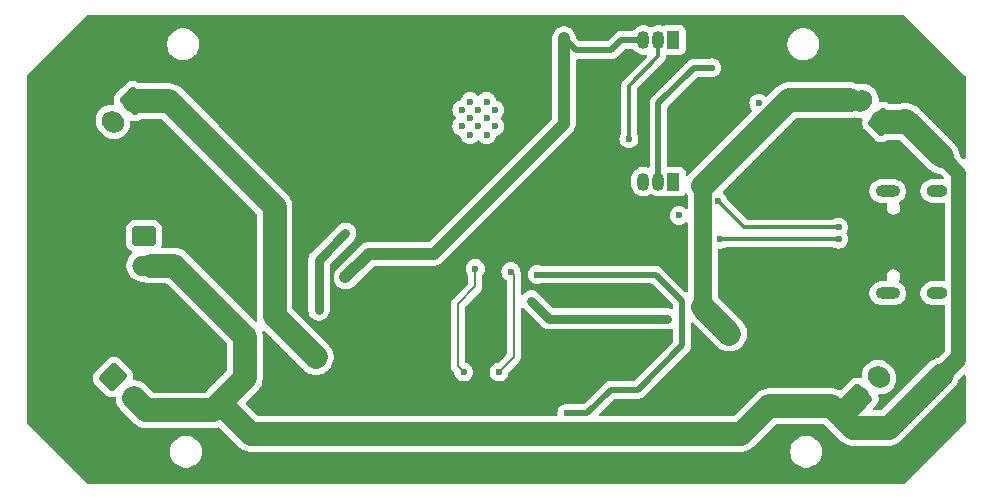
<source format=gbr>
%TF.GenerationSoftware,KiCad,Pcbnew,8.0.1*%
%TF.CreationDate,2024-07-15T00:54:35+06:00*%
%TF.ProjectId,saucey,73617563-6579-42e6-9b69-6361645f7063,1.0*%
%TF.SameCoordinates,Original*%
%TF.FileFunction,Copper,L2,Bot*%
%TF.FilePolarity,Positive*%
%FSLAX46Y46*%
G04 Gerber Fmt 4.6, Leading zero omitted, Abs format (unit mm)*
G04 Created by KiCad (PCBNEW 8.0.1) date 2024-07-15 00:54:35*
%MOMM*%
%LPD*%
G01*
G04 APERTURE LIST*
G04 Aperture macros list*
%AMRoundRect*
0 Rectangle with rounded corners*
0 $1 Rounding radius*
0 $2 $3 $4 $5 $6 $7 $8 $9 X,Y pos of 4 corners*
0 Add a 4 corners polygon primitive as box body*
4,1,4,$2,$3,$4,$5,$6,$7,$8,$9,$2,$3,0*
0 Add four circle primitives for the rounded corners*
1,1,$1+$1,$2,$3*
1,1,$1+$1,$4,$5*
1,1,$1+$1,$6,$7*
1,1,$1+$1,$8,$9*
0 Add four rect primitives between the rounded corners*
20,1,$1+$1,$2,$3,$4,$5,0*
20,1,$1+$1,$4,$5,$6,$7,0*
20,1,$1+$1,$6,$7,$8,$9,0*
20,1,$1+$1,$8,$9,$2,$3,0*%
%AMHorizOval*
0 Thick line with rounded ends*
0 $1 width*
0 $2 $3 position (X,Y) of the first rounded end (center of the circle)*
0 $4 $5 position (X,Y) of the second rounded end (center of the circle)*
0 Add line between two ends*
20,1,$1,$2,$3,$4,$5,0*
0 Add two circle primitives to create the rounded ends*
1,1,$1,$2,$3*
1,1,$1,$4,$5*%
G04 Aperture macros list end*
%TA.AperFunction,ComponentPad*%
%ADD10O,2.100000X1.000000*%
%TD*%
%TA.AperFunction,ComponentPad*%
%ADD11O,1.800000X1.000000*%
%TD*%
%TA.AperFunction,ComponentPad*%
%ADD12RoundRect,0.250000X0.106066X-0.954594X0.954594X-0.106066X-0.106066X0.954594X-0.954594X0.106066X0*%
%TD*%
%TA.AperFunction,ComponentPad*%
%ADD13HorizOval,1.700000X-0.106066X0.106066X0.106066X-0.106066X0*%
%TD*%
%TA.AperFunction,ComponentPad*%
%ADD14RoundRect,0.250000X-0.106066X0.954594X-0.954594X0.106066X0.106066X-0.954594X0.954594X-0.106066X0*%
%TD*%
%TA.AperFunction,ComponentPad*%
%ADD15RoundRect,0.250000X0.954594X0.106066X0.106066X0.954594X-0.954594X-0.106066X-0.106066X-0.954594X0*%
%TD*%
%TA.AperFunction,ComponentPad*%
%ADD16HorizOval,1.700000X0.106066X0.106066X-0.106066X-0.106066X0*%
%TD*%
%TA.AperFunction,ComponentPad*%
%ADD17RoundRect,0.250000X-0.954594X-0.106066X-0.106066X-0.954594X0.954594X0.106066X0.106066X0.954594X0*%
%TD*%
%TA.AperFunction,ComponentPad*%
%ADD18HorizOval,1.700000X-0.106066X-0.106066X0.106066X0.106066X0*%
%TD*%
%TA.AperFunction,ComponentPad*%
%ADD19RoundRect,0.250000X-0.750000X0.600000X-0.750000X-0.600000X0.750000X-0.600000X0.750000X0.600000X0*%
%TD*%
%TA.AperFunction,ComponentPad*%
%ADD20O,2.000000X1.700000*%
%TD*%
%TA.AperFunction,ComponentPad*%
%ADD21R,1.050000X1.500000*%
%TD*%
%TA.AperFunction,ComponentPad*%
%ADD22O,1.050000X1.500000*%
%TD*%
%TA.AperFunction,HeatsinkPad*%
%ADD23C,0.600000*%
%TD*%
%TA.AperFunction,ViaPad*%
%ADD24C,0.600000*%
%TD*%
%TA.AperFunction,Conductor*%
%ADD25C,0.300000*%
%TD*%
%TA.AperFunction,Conductor*%
%ADD26C,2.000000*%
%TD*%
%TA.AperFunction,Conductor*%
%ADD27C,1.250000*%
%TD*%
%TA.AperFunction,Conductor*%
%ADD28C,1.500000*%
%TD*%
%TA.AperFunction,Conductor*%
%ADD29C,0.200000*%
%TD*%
%TA.AperFunction,Conductor*%
%ADD30C,0.800000*%
%TD*%
%TA.AperFunction,Conductor*%
%ADD31C,0.500000*%
%TD*%
%TA.AperFunction,Conductor*%
%ADD32C,1.000000*%
%TD*%
G04 APERTURE END LIST*
D10*
%TO.P,P1,S1,SHIELD*%
%TO.N,unconnected-(P1-SHIELD-PadS1)_0*%
X175895000Y-75070000D03*
D11*
%TO.N,unconnected-(P1-SHIELD-PadS1)_1*%
X180075000Y-75070000D03*
D10*
%TO.N,unconnected-(P1-SHIELD-PadS1)_2*%
X175895000Y-66430000D03*
D11*
%TO.N,unconnected-(P1-SHIELD-PadS1)*%
X180075000Y-66430000D03*
%TD*%
D12*
%TO.P,M5,1,+*%
%TO.N,+9V*%
X173426598Y-83944365D03*
D13*
%TO.P,M5,2,-*%
%TO.N,Net-(D5-A)*%
X175194365Y-82176598D03*
%TD*%
D14*
%TO.P,M4,1,+*%
%TO.N,Net-(D4-A)*%
X112073402Y-58805635D03*
D13*
%TO.P,M4,2,-*%
%TO.N,+9V*%
X110305635Y-60573402D03*
%TD*%
D15*
%TO.P,M3,1,+*%
%TO.N,+9V*%
X175444365Y-60573402D03*
D16*
%TO.P,M3,2,-*%
%TO.N,Net-(D3-A)*%
X173676598Y-58805635D03*
%TD*%
D17*
%TO.P,M2,1,+*%
%TO.N,Net-(D2-A)*%
X110305635Y-82176598D03*
D18*
%TO.P,M2,2,-*%
%TO.N,+9V*%
X112073402Y-83944365D03*
%TD*%
D19*
%TO.P,J1,1,Pin_1*%
%TO.N,GND*%
X112950000Y-70250000D03*
D20*
%TO.P,J1,2,Pin_2*%
%TO.N,+9V*%
X112950000Y-72750000D03*
%TD*%
D21*
%TO.P,Q2,1,E*%
%TO.N,DTR*%
X157770001Y-65640001D03*
D22*
%TO.P,Q2,2,B*%
%TO.N,Net-(Q2-B)*%
X156500000Y-65640001D03*
%TO.P,Q2,3,C*%
%TO.N,IO0*%
X155230001Y-65640001D03*
%TD*%
D23*
%TO.P,U1,41,GND*%
%TO.N,GND*%
X139850000Y-59560000D03*
X139850000Y-60960000D03*
X140550000Y-58860000D03*
X140550000Y-60260000D03*
X140550000Y-61660000D03*
X141250000Y-59560000D03*
X141250000Y-60960000D03*
X141950000Y-58860000D03*
X141950000Y-60260000D03*
X141950000Y-61660000D03*
X142650000Y-59560000D03*
X142650000Y-60960000D03*
%TD*%
D21*
%TO.P,Q1,1,E*%
%TO.N,RTS*%
X157770001Y-53640001D03*
D22*
%TO.P,Q1,2,B*%
%TO.N,Net-(Q1-B)*%
X156500000Y-53640001D03*
%TO.P,Q1,3,C*%
%TO.N,ENABLE*%
X155230001Y-53640001D03*
%TD*%
D24*
%TO.N,GND*%
X165000000Y-59000000D03*
%TO.N,+3.3V*%
X130500000Y-67250000D03*
X129497434Y-67757705D03*
%TO.N,D+*%
X171750000Y-70500000D03*
%TO.N,D-*%
X171750000Y-69500000D03*
%TO.N,GND*%
X130000000Y-70000000D03*
X127750000Y-76500000D03*
X158250000Y-68500000D03*
X157250000Y-77250000D03*
X145750000Y-75750000D03*
%TO.N,+3.3V*%
X145250000Y-83500000D03*
X120750000Y-59500000D03*
X126250000Y-68250000D03*
X146250000Y-83500000D03*
X147250000Y-82750000D03*
X171000000Y-67750000D03*
X130750000Y-61274999D03*
X170250000Y-67750000D03*
X162000000Y-72500000D03*
X121000000Y-69750000D03*
X145750000Y-82000000D03*
X141587500Y-84912500D03*
X145750000Y-80500000D03*
X122000000Y-59250000D03*
X145750000Y-79000000D03*
X145750000Y-77750000D03*
X130774999Y-62750000D03*
X128500001Y-67750000D03*
X127500000Y-68250000D03*
%TO.N,ENABLE*%
X130000000Y-73750000D03*
X148500000Y-53500000D03*
%TO.N,Net-(D3-A)*%
X162500000Y-78500000D03*
%TO.N,Net-(D4-A)*%
X127500000Y-80500000D03*
%TO.N,D+*%
X161750000Y-70500000D03*
%TO.N,D-*%
X161500000Y-67250000D03*
%TO.N,Net-(Q1-B)*%
X154000000Y-62000000D03*
%TO.N,Net-(Q2-B)*%
X161000000Y-56000000D03*
%TO.N,SCL*%
X144000000Y-73250000D03*
X143000000Y-81750000D03*
%TO.N,SDA*%
X141000000Y-73000000D03*
X140000000Y-81750000D03*
%TO.N,LED1*%
X148750000Y-85250000D03*
X146250000Y-73500000D03*
%TD*%
D25*
%TO.N,D+*%
X161750000Y-70500000D02*
X171750000Y-70500000D01*
%TO.N,D-*%
X161500000Y-67250000D02*
X163750000Y-69500000D01*
X163750000Y-69500000D02*
X171750000Y-69500000D01*
D26*
%TO.N,+9V*%
X113129037Y-85000000D02*
X112073402Y-83944365D01*
X118750000Y-85000000D02*
X113129037Y-85000000D01*
X119375000Y-84375000D02*
X118750000Y-85000000D01*
%TO.N,Net-(D3-A)*%
X160250000Y-66000000D02*
X167517767Y-58732233D01*
X167517767Y-58732233D02*
X172732233Y-58732233D01*
D27*
%TO.N,+9V*%
X181875000Y-64875000D02*
X180500000Y-63500000D01*
X181875000Y-80625000D02*
X181875000Y-64875000D01*
X181750000Y-80750000D02*
X181875000Y-80625000D01*
D28*
X180500000Y-82000000D02*
X181750000Y-80750000D01*
D26*
%TO.N,Net-(D4-A)*%
X124000000Y-67750000D02*
X115055635Y-58805635D01*
X124000000Y-77000000D02*
X124000000Y-67750000D01*
X115055635Y-58805635D02*
X112073402Y-58805635D01*
X127500000Y-80500000D02*
X124000000Y-77000000D01*
%TO.N,+9V*%
X177176598Y-60573402D02*
X175444365Y-60573402D01*
X177500000Y-60500000D02*
X177250000Y-60500000D01*
X177250000Y-60500000D02*
X177176598Y-60573402D01*
X172000000Y-85370963D02*
X173426598Y-83944365D01*
X172000000Y-85500000D02*
X172000000Y-85370963D01*
X172000000Y-85500000D02*
X173000000Y-86500000D01*
X171138819Y-84638819D02*
X172000000Y-85500000D01*
X165861181Y-84638819D02*
X171138819Y-84638819D01*
X163500000Y-87000000D02*
X165861181Y-84638819D01*
X119375000Y-84375000D02*
X122000000Y-87000000D01*
X122000000Y-87000000D02*
X163500000Y-87000000D01*
D29*
%TO.N,SDA*%
X139500000Y-81250000D02*
X140000000Y-81750000D01*
X139500000Y-76000000D02*
X139500000Y-81250000D01*
X141000000Y-74500000D02*
X139500000Y-76000000D01*
X141000000Y-73000000D02*
X141000000Y-74500000D01*
%TO.N,SCL*%
X144250000Y-80500000D02*
X144250000Y-73500000D01*
X144250000Y-73500000D02*
X144000000Y-73250000D01*
X143000000Y-81750000D02*
X144250000Y-80500000D01*
D25*
%TO.N,D+*%
X171750000Y-70500000D02*
X171750000Y-70425000D01*
%TO.N,D-*%
X171750000Y-69500000D02*
X171750000Y-69575000D01*
D30*
%TO.N,GND*%
X127750000Y-76500000D02*
X127750000Y-72250000D01*
X157250000Y-77250000D02*
X147250000Y-77250000D01*
X127750000Y-72250000D02*
X130000000Y-70000000D01*
X147250000Y-77250000D02*
X145750000Y-75750000D01*
D26*
%TO.N,+9V*%
X115500000Y-72750000D02*
X121500000Y-78750000D01*
X113532500Y-72750000D02*
X115500000Y-72750000D01*
X173000000Y-86500000D02*
X176000000Y-86500000D01*
X176000000Y-86500000D02*
X180500000Y-82000000D01*
X180500000Y-63500000D02*
X177500000Y-60500000D01*
X121500000Y-82250000D02*
X119375000Y-84375000D01*
X121500000Y-78750000D02*
X121500000Y-82250000D01*
D31*
%TO.N,ENABLE*%
X153359999Y-53640001D02*
X152500000Y-54500000D01*
D32*
X132000000Y-71750000D02*
X137500000Y-71750000D01*
D31*
X155230001Y-53640001D02*
X153359999Y-53640001D01*
D32*
X148500000Y-60750000D02*
X148500000Y-53500000D01*
D31*
X149500000Y-54500000D02*
X148500000Y-53500000D01*
D32*
X130000000Y-73750000D02*
X132000000Y-71750000D01*
X137500000Y-71750000D02*
X148500000Y-60750000D01*
D31*
X152500000Y-54500000D02*
X149500000Y-54500000D01*
D26*
%TO.N,Net-(D3-A)*%
X162500000Y-78500000D02*
X160250000Y-76250000D01*
D28*
X160250000Y-76250000D02*
X160250000Y-66000000D01*
D25*
%TO.N,Net-(Q1-B)*%
X156500000Y-55000000D02*
X154000000Y-57500000D01*
X154000000Y-57500000D02*
X154000000Y-62000000D01*
X156500000Y-53640001D02*
X156500000Y-55000000D01*
D31*
%TO.N,Net-(Q2-B)*%
X161000000Y-56000000D02*
X159500000Y-56000000D01*
X159500000Y-56000000D02*
X156500000Y-59000000D01*
X156500000Y-59000000D02*
X156500000Y-65640001D01*
%TO.N,LED1*%
X148750000Y-85250000D02*
X150452082Y-85250000D01*
X156250000Y-73500000D02*
X146250000Y-73500000D01*
X158500000Y-79500000D02*
X158500000Y-75750000D01*
X158500000Y-75750000D02*
X156250000Y-73500000D01*
X154750000Y-83250000D02*
X158500000Y-79500000D01*
X150452082Y-85250000D02*
X152452082Y-83250000D01*
X152452082Y-83250000D02*
X154750000Y-83250000D01*
%TD*%
%TA.AperFunction,Conductor*%
%TO.N,+3.3V*%
G36*
X177308363Y-51520185D02*
G01*
X177329005Y-51536819D01*
X182463181Y-56670995D01*
X182496666Y-56732318D01*
X182499500Y-56758676D01*
X182499500Y-63608440D01*
X182479815Y-63675479D01*
X182427011Y-63721234D01*
X182357853Y-63731178D01*
X182294297Y-63702153D01*
X182287819Y-63696121D01*
X182034051Y-63442353D01*
X182000566Y-63381030D01*
X181999259Y-63374070D01*
X181963553Y-63148631D01*
X181890566Y-62924003D01*
X181830218Y-62805565D01*
X181783343Y-62713567D01*
X181722494Y-62629815D01*
X181644523Y-62522496D01*
X181644519Y-62522491D01*
X178477512Y-59355485D01*
X178477511Y-59355484D01*
X178469306Y-59349523D01*
X178286434Y-59216657D01*
X178274303Y-59210476D01*
X178075996Y-59109433D01*
X177851368Y-59036446D01*
X177618097Y-58999500D01*
X177618092Y-58999500D01*
X177368092Y-58999500D01*
X177131908Y-58999500D01*
X177131903Y-58999500D01*
X176898634Y-59036446D01*
X176898633Y-59036446D01*
X176805113Y-59066833D01*
X176766795Y-59072902D01*
X176114588Y-59072902D01*
X176047549Y-59053217D01*
X176036271Y-59045039D01*
X175965653Y-58987511D01*
X175965647Y-58987507D01*
X175965646Y-58987506D01*
X175886903Y-58947960D01*
X175808861Y-58908766D01*
X175638159Y-58868308D01*
X175638154Y-58868307D01*
X175638152Y-58868307D01*
X175462710Y-58868307D01*
X175462708Y-58868307D01*
X175462702Y-58868308D01*
X175285761Y-58910245D01*
X175215989Y-58906552D01*
X175159290Y-58865724D01*
X175133665Y-58800723D01*
X175133164Y-58789588D01*
X175133164Y-58593282D01*
X175121808Y-58521584D01*
X175099910Y-58383326D01*
X175034221Y-58181157D01*
X174937715Y-57991753D01*
X174812768Y-57819778D01*
X174662455Y-57669465D01*
X174490480Y-57544518D01*
X174301076Y-57448012D01*
X174098907Y-57382323D01*
X174098905Y-57382322D01*
X174098904Y-57382322D01*
X173937621Y-57356777D01*
X173888951Y-57349069D01*
X173676377Y-57349069D01*
X173623888Y-57357382D01*
X173466418Y-57382323D01*
X173461679Y-57383461D01*
X173461372Y-57382183D01*
X173397530Y-57383993D01*
X173372785Y-57374559D01*
X173308232Y-57341667D01*
X173083601Y-57268679D01*
X172850330Y-57231733D01*
X172850325Y-57231733D01*
X167635859Y-57231733D01*
X167399675Y-57231733D01*
X167399670Y-57231733D01*
X167166398Y-57268679D01*
X166941770Y-57341666D01*
X166731330Y-57448892D01*
X166540263Y-57587709D01*
X166540258Y-57587713D01*
X165717705Y-58410265D01*
X165656382Y-58443750D01*
X165586690Y-58438766D01*
X165542343Y-58410265D01*
X165502262Y-58370184D01*
X165349523Y-58274211D01*
X165179254Y-58214631D01*
X165179249Y-58214630D01*
X165000004Y-58194435D01*
X164999996Y-58194435D01*
X164820750Y-58214630D01*
X164820745Y-58214631D01*
X164650476Y-58274211D01*
X164497737Y-58370184D01*
X164370184Y-58497737D01*
X164274211Y-58650476D01*
X164214631Y-58820745D01*
X164214630Y-58820750D01*
X164194435Y-58999996D01*
X164194435Y-59000003D01*
X164214630Y-59179249D01*
X164214631Y-59179254D01*
X164274211Y-59349523D01*
X164370184Y-59502262D01*
X164410265Y-59542343D01*
X164443750Y-59603666D01*
X164438766Y-59673358D01*
X164410265Y-59717705D01*
X159105485Y-65022487D01*
X159105484Y-65022488D01*
X159019818Y-65140397D01*
X158964487Y-65183062D01*
X158894874Y-65189041D01*
X158833079Y-65156435D01*
X158798722Y-65095596D01*
X158795500Y-65067511D01*
X158795500Y-64842130D01*
X158795499Y-64842124D01*
X158789092Y-64782517D01*
X158738798Y-64647672D01*
X158738794Y-64647665D01*
X158652548Y-64532456D01*
X158652545Y-64532453D01*
X158537336Y-64446207D01*
X158537329Y-64446203D01*
X158402483Y-64395909D01*
X158402484Y-64395909D01*
X158342884Y-64389502D01*
X158342882Y-64389501D01*
X158342874Y-64389501D01*
X158342866Y-64389501D01*
X157374500Y-64389501D01*
X157307461Y-64369816D01*
X157261706Y-64317012D01*
X157250500Y-64265501D01*
X157250500Y-59362229D01*
X157270185Y-59295190D01*
X157286819Y-59274548D01*
X159774548Y-56786819D01*
X159835871Y-56753334D01*
X159862229Y-56750500D01*
X160700028Y-56750500D01*
X160740983Y-56757458D01*
X160820745Y-56785368D01*
X160820750Y-56785369D01*
X160999996Y-56805565D01*
X161000000Y-56805565D01*
X161000004Y-56805565D01*
X161179249Y-56785369D01*
X161179252Y-56785368D01*
X161179255Y-56785368D01*
X161349522Y-56725789D01*
X161502262Y-56629816D01*
X161629816Y-56502262D01*
X161725789Y-56349522D01*
X161785368Y-56179255D01*
X161805565Y-56000000D01*
X161785368Y-55820745D01*
X161725789Y-55650478D01*
X161629816Y-55497738D01*
X161502262Y-55370184D01*
X161470935Y-55350500D01*
X161349523Y-55274211D01*
X161179254Y-55214631D01*
X161179249Y-55214630D01*
X161000004Y-55194435D01*
X160999996Y-55194435D01*
X160820750Y-55214630D01*
X160820745Y-55214631D01*
X160740983Y-55242542D01*
X160700028Y-55249500D01*
X159426076Y-55249500D01*
X159397242Y-55255234D01*
X159397243Y-55255235D01*
X159281093Y-55278339D01*
X159281083Y-55278342D01*
X159201081Y-55311479D01*
X159201082Y-55311480D01*
X159187163Y-55317246D01*
X159144505Y-55334916D01*
X159121182Y-55350500D01*
X159091723Y-55370184D01*
X159021582Y-55417049D01*
X159021579Y-55417052D01*
X155917052Y-58521578D01*
X155917049Y-58521581D01*
X155887724Y-58565469D01*
X155887725Y-58565470D01*
X155856735Y-58611851D01*
X155834914Y-58644508D01*
X155778343Y-58781082D01*
X155778340Y-58781092D01*
X155749500Y-58926079D01*
X155749500Y-64334612D01*
X155729815Y-64401651D01*
X155677011Y-64447406D01*
X155607853Y-64457350D01*
X155578047Y-64449173D01*
X155529128Y-64428910D01*
X155529120Y-64428908D01*
X155331008Y-64389501D01*
X155331004Y-64389501D01*
X155128998Y-64389501D01*
X155128993Y-64389501D01*
X154930881Y-64428908D01*
X154930873Y-64428910D01*
X154744248Y-64506213D01*
X154744238Y-64506218D01*
X154576282Y-64618442D01*
X154433442Y-64761282D01*
X154321218Y-64929238D01*
X154321213Y-64929248D01*
X154243910Y-65115873D01*
X154243908Y-65115881D01*
X154204501Y-65313993D01*
X154204501Y-65966008D01*
X154243908Y-66164120D01*
X154243910Y-66164128D01*
X154321213Y-66350753D01*
X154321218Y-66350763D01*
X154433442Y-66518719D01*
X154576282Y-66661559D01*
X154744238Y-66773783D01*
X154744242Y-66773785D01*
X154744245Y-66773787D01*
X154930874Y-66851092D01*
X155096778Y-66884092D01*
X155128993Y-66890500D01*
X155128997Y-66890501D01*
X155128998Y-66890501D01*
X155331005Y-66890501D01*
X155331006Y-66890500D01*
X155529128Y-66851092D01*
X155715757Y-66773787D01*
X155796111Y-66720095D01*
X155862786Y-66699219D01*
X155930166Y-66717703D01*
X155933883Y-66720092D01*
X156014244Y-66773787D01*
X156200873Y-66851092D01*
X156366777Y-66884092D01*
X156398992Y-66890500D01*
X156398996Y-66890501D01*
X156398997Y-66890501D01*
X156601004Y-66890501D01*
X156601005Y-66890500D01*
X156799127Y-66851092D01*
X156879802Y-66817674D01*
X156949268Y-66810206D01*
X156994659Y-66829963D01*
X156994887Y-66829547D01*
X156999541Y-66832088D01*
X157001563Y-66832968D01*
X157002670Y-66833797D01*
X157002671Y-66833797D01*
X157002672Y-66833798D01*
X157137518Y-66884092D01*
X157137517Y-66884092D01*
X157144445Y-66884836D01*
X157197128Y-66890501D01*
X158342873Y-66890500D01*
X158402484Y-66884092D01*
X158537332Y-66833797D01*
X158652547Y-66747547D01*
X158708315Y-66673050D01*
X158764246Y-66631180D01*
X158833938Y-66626196D01*
X158895261Y-66659681D01*
X158918065Y-66691067D01*
X158966658Y-66786436D01*
X158975816Y-66799040D01*
X158999298Y-66864845D01*
X158999500Y-66871928D01*
X158999500Y-67818060D01*
X158979815Y-67885099D01*
X158927011Y-67930854D01*
X158857853Y-67940798D01*
X158794297Y-67911773D01*
X158787819Y-67905741D01*
X158752262Y-67870184D01*
X158599523Y-67774211D01*
X158429254Y-67714631D01*
X158429249Y-67714630D01*
X158250004Y-67694435D01*
X158249996Y-67694435D01*
X158070750Y-67714630D01*
X158070745Y-67714631D01*
X157900476Y-67774211D01*
X157747737Y-67870184D01*
X157620184Y-67997737D01*
X157524211Y-68150476D01*
X157464631Y-68320745D01*
X157464630Y-68320750D01*
X157444435Y-68499996D01*
X157444435Y-68500003D01*
X157464630Y-68679249D01*
X157464631Y-68679254D01*
X157524211Y-68849523D01*
X157596888Y-68965187D01*
X157620184Y-69002262D01*
X157747738Y-69129816D01*
X157900478Y-69225789D01*
X158070745Y-69285368D01*
X158070750Y-69285369D01*
X158249996Y-69305565D01*
X158250000Y-69305565D01*
X158250004Y-69305565D01*
X158429249Y-69285369D01*
X158429252Y-69285368D01*
X158429255Y-69285368D01*
X158599522Y-69225789D01*
X158752262Y-69129816D01*
X158787819Y-69094259D01*
X158849142Y-69060774D01*
X158918834Y-69065758D01*
X158974767Y-69107630D01*
X158999184Y-69173094D01*
X158999500Y-69181940D01*
X158999500Y-74888769D01*
X158979815Y-74955808D01*
X158927011Y-75001563D01*
X158857853Y-75011507D01*
X158794297Y-74982482D01*
X158787819Y-74976450D01*
X156728421Y-72917052D01*
X156728414Y-72917046D01*
X156637479Y-72856286D01*
X156637478Y-72856286D01*
X156605500Y-72834919D01*
X156605488Y-72834912D01*
X156468917Y-72778343D01*
X156468907Y-72778340D01*
X156323920Y-72749500D01*
X156323918Y-72749500D01*
X146549972Y-72749500D01*
X146509017Y-72742542D01*
X146429254Y-72714631D01*
X146429249Y-72714630D01*
X146250004Y-72694435D01*
X146249996Y-72694435D01*
X146070750Y-72714630D01*
X146070745Y-72714631D01*
X145900476Y-72774211D01*
X145747737Y-72870184D01*
X145620184Y-72997737D01*
X145524211Y-73150476D01*
X145464631Y-73320745D01*
X145464630Y-73320750D01*
X145444435Y-73499996D01*
X145444435Y-73500003D01*
X145464630Y-73679249D01*
X145464631Y-73679254D01*
X145524211Y-73849523D01*
X145614594Y-73993365D01*
X145620184Y-74002262D01*
X145747738Y-74129816D01*
X145764847Y-74140566D01*
X145897503Y-74223920D01*
X145900478Y-74225789D01*
X146070745Y-74285368D01*
X146070750Y-74285369D01*
X146249996Y-74305565D01*
X146250000Y-74305565D01*
X146250004Y-74305565D01*
X146429249Y-74285369D01*
X146429252Y-74285368D01*
X146429255Y-74285368D01*
X146509017Y-74257457D01*
X146549972Y-74250500D01*
X155887770Y-74250500D01*
X155954809Y-74270185D01*
X155975451Y-74286819D01*
X157713181Y-76024548D01*
X157746666Y-76085871D01*
X157749500Y-76112229D01*
X157749500Y-76296626D01*
X157729815Y-76363665D01*
X157677011Y-76409420D01*
X157607853Y-76419364D01*
X157578049Y-76411188D01*
X157560928Y-76404096D01*
X157512666Y-76384106D01*
X157512662Y-76384105D01*
X157512658Y-76384103D01*
X157338694Y-76349500D01*
X157338691Y-76349500D01*
X147674361Y-76349500D01*
X147607322Y-76329815D01*
X147586680Y-76313181D01*
X146324041Y-75050540D01*
X146324034Y-75050534D01*
X146176548Y-74951988D01*
X146012666Y-74884105D01*
X146012658Y-74884103D01*
X145838696Y-74849500D01*
X145838692Y-74849500D01*
X145661308Y-74849500D01*
X145661303Y-74849500D01*
X145487341Y-74884103D01*
X145487333Y-74884105D01*
X145323451Y-74951988D01*
X145175965Y-75050534D01*
X145175958Y-75050540D01*
X145062181Y-75164318D01*
X145000858Y-75197803D01*
X144931166Y-75192819D01*
X144875233Y-75150947D01*
X144850816Y-75085483D01*
X144850500Y-75076637D01*
X144850500Y-73420943D01*
X144849675Y-73417866D01*
X144849672Y-73417855D01*
X144831362Y-73349522D01*
X144823652Y-73320745D01*
X144809577Y-73268216D01*
X144809575Y-73268213D01*
X144808599Y-73264569D01*
X144805155Y-73246366D01*
X144790041Y-73112215D01*
X144785369Y-73070749D01*
X144785368Y-73070745D01*
X144725788Y-72900476D01*
X144686582Y-72838080D01*
X144629816Y-72747738D01*
X144502262Y-72620184D01*
X144448941Y-72586680D01*
X144349523Y-72524211D01*
X144179254Y-72464631D01*
X144179249Y-72464630D01*
X144000004Y-72444435D01*
X143999996Y-72444435D01*
X143820750Y-72464630D01*
X143820745Y-72464631D01*
X143650476Y-72524211D01*
X143497737Y-72620184D01*
X143370184Y-72747737D01*
X143274211Y-72900476D01*
X143214631Y-73070745D01*
X143214630Y-73070750D01*
X143194435Y-73249996D01*
X143194435Y-73250003D01*
X143214630Y-73429249D01*
X143214631Y-73429254D01*
X143274211Y-73599523D01*
X143370184Y-73752262D01*
X143497740Y-73879818D01*
X143591471Y-73938712D01*
X143637763Y-73991046D01*
X143649500Y-74043706D01*
X143649500Y-80199902D01*
X143629815Y-80266941D01*
X143613181Y-80287583D01*
X142981465Y-80919298D01*
X142920142Y-80952783D01*
X142907668Y-80954837D01*
X142820750Y-80964630D01*
X142650478Y-81024210D01*
X142497737Y-81120184D01*
X142370184Y-81247737D01*
X142274211Y-81400476D01*
X142214631Y-81570745D01*
X142214630Y-81570750D01*
X142194435Y-81749996D01*
X142194435Y-81750003D01*
X142214630Y-81929249D01*
X142214631Y-81929254D01*
X142274211Y-82099523D01*
X142362021Y-82239270D01*
X142370184Y-82252262D01*
X142497738Y-82379816D01*
X142568343Y-82424180D01*
X142630412Y-82463181D01*
X142650478Y-82475789D01*
X142800660Y-82528340D01*
X142820745Y-82535368D01*
X142820750Y-82535369D01*
X142999996Y-82555565D01*
X143000000Y-82555565D01*
X143000004Y-82555565D01*
X143179249Y-82535369D01*
X143179252Y-82535368D01*
X143179255Y-82535368D01*
X143349522Y-82475789D01*
X143502262Y-82379816D01*
X143629816Y-82252262D01*
X143725789Y-82099522D01*
X143785368Y-81929255D01*
X143795161Y-81842329D01*
X143822226Y-81777918D01*
X143830690Y-81768543D01*
X144608506Y-80990728D01*
X144608511Y-80990724D01*
X144618714Y-80980520D01*
X144618716Y-80980520D01*
X144730520Y-80868716D01*
X144799349Y-80749500D01*
X144809577Y-80731785D01*
X144850501Y-80579057D01*
X144850501Y-80420943D01*
X144850501Y-80413348D01*
X144850500Y-80413330D01*
X144850500Y-76423362D01*
X144870185Y-76356323D01*
X144922989Y-76310568D01*
X144992147Y-76300624D01*
X145055703Y-76329649D01*
X145062181Y-76335681D01*
X145844593Y-77118092D01*
X146550536Y-77824035D01*
X146650504Y-77924003D01*
X146675966Y-77949465D01*
X146823446Y-78048009D01*
X146823459Y-78048016D01*
X146946363Y-78098923D01*
X146987334Y-78115894D01*
X147029935Y-78124368D01*
X147161305Y-78150500D01*
X147161308Y-78150500D01*
X157338693Y-78150500D01*
X157338694Y-78150499D01*
X157396682Y-78138964D01*
X157512658Y-78115896D01*
X157512661Y-78115894D01*
X157512666Y-78115894D01*
X157578048Y-78088811D01*
X157647517Y-78081343D01*
X157709996Y-78112618D01*
X157745648Y-78172707D01*
X157749500Y-78203373D01*
X157749500Y-79137770D01*
X157729815Y-79204809D01*
X157713181Y-79225451D01*
X154475451Y-82463181D01*
X154414128Y-82496666D01*
X154387770Y-82499500D01*
X152378162Y-82499500D01*
X152233174Y-82528340D01*
X152233164Y-82528343D01*
X152096593Y-82584912D01*
X152096581Y-82584919D01*
X151991093Y-82655405D01*
X151991090Y-82655407D01*
X151973668Y-82667046D01*
X150177533Y-84463181D01*
X150116210Y-84496666D01*
X150089852Y-84499500D01*
X149049972Y-84499500D01*
X149009017Y-84492542D01*
X148929254Y-84464631D01*
X148929249Y-84464630D01*
X148750004Y-84444435D01*
X148749996Y-84444435D01*
X148570750Y-84464630D01*
X148570745Y-84464631D01*
X148400476Y-84524211D01*
X148247737Y-84620184D01*
X148120184Y-84747737D01*
X148024211Y-84900476D01*
X147964631Y-85070745D01*
X147964630Y-85070750D01*
X147944435Y-85249996D01*
X147944435Y-85250002D01*
X147957011Y-85361616D01*
X147944957Y-85430438D01*
X147897608Y-85481818D01*
X147833791Y-85499500D01*
X122672890Y-85499500D01*
X122605851Y-85479815D01*
X122585209Y-85463181D01*
X121584708Y-84462680D01*
X121551223Y-84401357D01*
X121556207Y-84331665D01*
X121584706Y-84287321D01*
X122644518Y-83227510D01*
X122783343Y-83036433D01*
X122890568Y-82825992D01*
X122963553Y-82601368D01*
X122966159Y-82584912D01*
X123000500Y-82368097D01*
X123000500Y-78631902D01*
X122964340Y-78403600D01*
X122973294Y-78334307D01*
X123018291Y-78280855D01*
X123085042Y-78260215D01*
X123152356Y-78278940D01*
X123174494Y-78296521D01*
X126522490Y-81644517D01*
X126713566Y-81783343D01*
X126744717Y-81799215D01*
X126924006Y-81890568D01*
X126924009Y-81890569D01*
X127036319Y-81927060D01*
X127148631Y-81963552D01*
X127256610Y-81980654D01*
X127381903Y-82000499D01*
X127381908Y-82000499D01*
X127618096Y-82000499D01*
X127731183Y-81982587D01*
X127851368Y-81963552D01*
X128075992Y-81890568D01*
X128286433Y-81783343D01*
X128477510Y-81644517D01*
X128644517Y-81477510D01*
X128752377Y-81329054D01*
X138899498Y-81329054D01*
X138940424Y-81481789D01*
X138940425Y-81481790D01*
X138961455Y-81518214D01*
X138961456Y-81518216D01*
X139019475Y-81618709D01*
X139019481Y-81618717D01*
X139131284Y-81730520D01*
X139131285Y-81730522D01*
X139169298Y-81768535D01*
X139202783Y-81829858D01*
X139204837Y-81842332D01*
X139214630Y-81929249D01*
X139274210Y-82099521D01*
X139362021Y-82239270D01*
X139370184Y-82252262D01*
X139497738Y-82379816D01*
X139568343Y-82424180D01*
X139630412Y-82463181D01*
X139650478Y-82475789D01*
X139800660Y-82528340D01*
X139820745Y-82535368D01*
X139820750Y-82535369D01*
X139999996Y-82555565D01*
X140000000Y-82555565D01*
X140000004Y-82555565D01*
X140179249Y-82535369D01*
X140179252Y-82535368D01*
X140179255Y-82535368D01*
X140349522Y-82475789D01*
X140502262Y-82379816D01*
X140629816Y-82252262D01*
X140725789Y-82099522D01*
X140785368Y-81929255D01*
X140795162Y-81842332D01*
X140805565Y-81750003D01*
X140805565Y-81749996D01*
X140785369Y-81570750D01*
X140785368Y-81570745D01*
X140754241Y-81481789D01*
X140725789Y-81400478D01*
X140629816Y-81247738D01*
X140502262Y-81120184D01*
X140431926Y-81075989D01*
X140349521Y-81024210D01*
X140256845Y-80991781D01*
X140183544Y-80966132D01*
X140126770Y-80925412D01*
X140101022Y-80860460D01*
X140100500Y-80849092D01*
X140100500Y-76300096D01*
X140120185Y-76233057D01*
X140136814Y-76212420D01*
X141358506Y-74990727D01*
X141358511Y-74990724D01*
X141368714Y-74980520D01*
X141368716Y-74980520D01*
X141480520Y-74868716D01*
X141559577Y-74731784D01*
X141600500Y-74579057D01*
X141600500Y-73582412D01*
X141620185Y-73515373D01*
X141627555Y-73505097D01*
X141629810Y-73502267D01*
X141629816Y-73502262D01*
X141725789Y-73349522D01*
X141785368Y-73179255D01*
X141785369Y-73179249D01*
X141805565Y-73000003D01*
X141805565Y-72999996D01*
X141785369Y-72820750D01*
X141785368Y-72820745D01*
X141770531Y-72778343D01*
X141725789Y-72650478D01*
X141717086Y-72636628D01*
X141629815Y-72497737D01*
X141502262Y-72370184D01*
X141349523Y-72274211D01*
X141179254Y-72214631D01*
X141179249Y-72214630D01*
X141000004Y-72194435D01*
X140999996Y-72194435D01*
X140820750Y-72214630D01*
X140820745Y-72214631D01*
X140650476Y-72274211D01*
X140497737Y-72370184D01*
X140370184Y-72497737D01*
X140274211Y-72650476D01*
X140214631Y-72820745D01*
X140214630Y-72820750D01*
X140194435Y-72999996D01*
X140194435Y-73000003D01*
X140214630Y-73179249D01*
X140214631Y-73179254D01*
X140274211Y-73349523D01*
X140317154Y-73417865D01*
X140368760Y-73499996D01*
X140370185Y-73502263D01*
X140372445Y-73505097D01*
X140373334Y-73507275D01*
X140373889Y-73508158D01*
X140373734Y-73508255D01*
X140398855Y-73569783D01*
X140399500Y-73582412D01*
X140399500Y-74199902D01*
X140379815Y-74266941D01*
X140363181Y-74287583D01*
X139019481Y-75631282D01*
X139019477Y-75631287D01*
X138993617Y-75676081D01*
X138993616Y-75676083D01*
X138975313Y-75707785D01*
X138940423Y-75768214D01*
X138940423Y-75768215D01*
X138899499Y-75920943D01*
X138899499Y-75920945D01*
X138899499Y-76089046D01*
X138899500Y-76089059D01*
X138899500Y-81163330D01*
X138899499Y-81163348D01*
X138899499Y-81329054D01*
X138899498Y-81329054D01*
X128752377Y-81329054D01*
X128783343Y-81286433D01*
X128890568Y-81075992D01*
X128963552Y-80851368D01*
X128984888Y-80716657D01*
X129000499Y-80618096D01*
X129000499Y-80381902D01*
X128971672Y-80199902D01*
X128963552Y-80148631D01*
X128908247Y-79978417D01*
X128890569Y-79924009D01*
X128890568Y-79924006D01*
X128818896Y-79783343D01*
X128783343Y-79713566D01*
X128644517Y-79522490D01*
X125710722Y-76588695D01*
X126849500Y-76588695D01*
X126884103Y-76762658D01*
X126884106Y-76762667D01*
X126951983Y-76926540D01*
X126951990Y-76926553D01*
X127050535Y-77074034D01*
X127050538Y-77074038D01*
X127175961Y-77199461D01*
X127175965Y-77199464D01*
X127323446Y-77298009D01*
X127323459Y-77298016D01*
X127440268Y-77346399D01*
X127487334Y-77365894D01*
X127487336Y-77365894D01*
X127487341Y-77365896D01*
X127661304Y-77400499D01*
X127661307Y-77400500D01*
X127661309Y-77400500D01*
X127838693Y-77400500D01*
X127838694Y-77400499D01*
X127896682Y-77388964D01*
X128012658Y-77365896D01*
X128012661Y-77365894D01*
X128012666Y-77365894D01*
X128176547Y-77298013D01*
X128324035Y-77199464D01*
X128449464Y-77074035D01*
X128548013Y-76926547D01*
X128615894Y-76762666D01*
X128650500Y-76588691D01*
X128650500Y-73848544D01*
X128999500Y-73848544D01*
X129037947Y-74041828D01*
X129037949Y-74041836D01*
X129113367Y-74223910D01*
X129113372Y-74223920D01*
X129222860Y-74387780D01*
X129222863Y-74387784D01*
X129362215Y-74527136D01*
X129362219Y-74527139D01*
X129526079Y-74636627D01*
X129526083Y-74636629D01*
X129526086Y-74636631D01*
X129708164Y-74712051D01*
X129901455Y-74750499D01*
X129901458Y-74750500D01*
X129901460Y-74750500D01*
X130098542Y-74750500D01*
X130098543Y-74750499D01*
X130291836Y-74712051D01*
X130473914Y-74636631D01*
X130637781Y-74527139D01*
X132378101Y-72786819D01*
X132439424Y-72753334D01*
X132465782Y-72750500D01*
X137598543Y-72750500D01*
X137670668Y-72736152D01*
X137778860Y-72714632D01*
X137791836Y-72712051D01*
X137845165Y-72689961D01*
X137973914Y-72636632D01*
X138137782Y-72527139D01*
X138277139Y-72387782D01*
X138277140Y-72387779D01*
X138284206Y-72380714D01*
X138284209Y-72380710D01*
X149137778Y-61527141D01*
X149137782Y-61527139D01*
X149277139Y-61387782D01*
X149386632Y-61223914D01*
X149462051Y-61041835D01*
X149500500Y-60848541D01*
X149500500Y-55374500D01*
X149520185Y-55307461D01*
X149572989Y-55261706D01*
X149624500Y-55250500D01*
X152573920Y-55250500D01*
X152671462Y-55231096D01*
X152718913Y-55221658D01*
X152855495Y-55165084D01*
X152904729Y-55132186D01*
X152978416Y-55082952D01*
X153634547Y-54426819D01*
X153695870Y-54393335D01*
X153722228Y-54390501D01*
X154281492Y-54390501D01*
X154348531Y-54410186D01*
X154384592Y-54445608D01*
X154419254Y-54497483D01*
X154433444Y-54518721D01*
X154576282Y-54661559D01*
X154744238Y-54773783D01*
X154744242Y-54773785D01*
X154744245Y-54773787D01*
X154930874Y-54851092D01*
X155128988Y-54890499D01*
X155128993Y-54890500D01*
X155128997Y-54890501D01*
X155128998Y-54890501D01*
X155331005Y-54890501D01*
X155331005Y-54890500D01*
X155377662Y-54881220D01*
X155447253Y-54887447D01*
X155502431Y-54930309D01*
X155525676Y-54996199D01*
X155509609Y-55064196D01*
X155489535Y-55090518D01*
X153494727Y-57085325D01*
X153494726Y-57085326D01*
X153423534Y-57191874D01*
X153374499Y-57310255D01*
X153374497Y-57310261D01*
X153349500Y-57435928D01*
X153349500Y-61494931D01*
X153330494Y-61560903D01*
X153274211Y-61650477D01*
X153274209Y-61650481D01*
X153214633Y-61820737D01*
X153214630Y-61820750D01*
X153194435Y-61999996D01*
X153194435Y-62000003D01*
X153214630Y-62179249D01*
X153214631Y-62179254D01*
X153274211Y-62349523D01*
X153347126Y-62465565D01*
X153370184Y-62502262D01*
X153497738Y-62629816D01*
X153650478Y-62725789D01*
X153820745Y-62785368D01*
X153820750Y-62785369D01*
X153999996Y-62805565D01*
X154000000Y-62805565D01*
X154000004Y-62805565D01*
X154179249Y-62785369D01*
X154179252Y-62785368D01*
X154179255Y-62785368D01*
X154349522Y-62725789D01*
X154502262Y-62629816D01*
X154629816Y-62502262D01*
X154725789Y-62349522D01*
X154785368Y-62179255D01*
X154787283Y-62162262D01*
X154805565Y-62000003D01*
X154805565Y-61999996D01*
X154785369Y-61820750D01*
X154785366Y-61820737D01*
X154725790Y-61650481D01*
X154725789Y-61650478D01*
X154687672Y-61589815D01*
X154669506Y-61560903D01*
X154650500Y-61494931D01*
X154650500Y-57820808D01*
X154670185Y-57753769D01*
X154686819Y-57733127D01*
X157005273Y-55414673D01*
X157005277Y-55414669D01*
X157076465Y-55308127D01*
X157125501Y-55189744D01*
X157132402Y-55155051D01*
X157145239Y-55090518D01*
X157150500Y-55064071D01*
X157150500Y-55014500D01*
X157170185Y-54947461D01*
X157222989Y-54901706D01*
X157274495Y-54890500D01*
X158342873Y-54890500D01*
X158402484Y-54884092D01*
X158537332Y-54833797D01*
X158652547Y-54747547D01*
X158738797Y-54632332D01*
X158789092Y-54497484D01*
X158795501Y-54437874D01*
X158795501Y-54106287D01*
X167399500Y-54106287D01*
X167432754Y-54316243D01*
X167474788Y-54445611D01*
X167498444Y-54518414D01*
X167594951Y-54707820D01*
X167719890Y-54879786D01*
X167870213Y-55030109D01*
X168042179Y-55155048D01*
X168042181Y-55155049D01*
X168042184Y-55155051D01*
X168231588Y-55251557D01*
X168433757Y-55317246D01*
X168643713Y-55350500D01*
X168643714Y-55350500D01*
X168856286Y-55350500D01*
X168856287Y-55350500D01*
X169066243Y-55317246D01*
X169268412Y-55251557D01*
X169457816Y-55155051D01*
X169557050Y-55082954D01*
X169629786Y-55030109D01*
X169629788Y-55030106D01*
X169629792Y-55030104D01*
X169780104Y-54879792D01*
X169780106Y-54879788D01*
X169780109Y-54879786D01*
X169905048Y-54707820D01*
X169905047Y-54707820D01*
X169905051Y-54707816D01*
X170001557Y-54518412D01*
X170067246Y-54316243D01*
X170100500Y-54106287D01*
X170100500Y-53893713D01*
X170067246Y-53683757D01*
X170001557Y-53481588D01*
X169905051Y-53292184D01*
X169905049Y-53292181D01*
X169905048Y-53292179D01*
X169780109Y-53120213D01*
X169629786Y-52969890D01*
X169457820Y-52844951D01*
X169268414Y-52748444D01*
X169268413Y-52748443D01*
X169268412Y-52748443D01*
X169066243Y-52682754D01*
X169066241Y-52682753D01*
X169066240Y-52682753D01*
X168904957Y-52657208D01*
X168856287Y-52649500D01*
X168643713Y-52649500D01*
X168595042Y-52657208D01*
X168433760Y-52682753D01*
X168231585Y-52748444D01*
X168042179Y-52844951D01*
X167870213Y-52969890D01*
X167719890Y-53120213D01*
X167594951Y-53292179D01*
X167498444Y-53481585D01*
X167432753Y-53683760D01*
X167425459Y-53729815D01*
X167399500Y-53893713D01*
X167399500Y-54106287D01*
X158795501Y-54106287D01*
X158795500Y-52842129D01*
X158789092Y-52782518D01*
X158776383Y-52748444D01*
X158738798Y-52647672D01*
X158738794Y-52647665D01*
X158652548Y-52532456D01*
X158652545Y-52532453D01*
X158537336Y-52446207D01*
X158537329Y-52446203D01*
X158402483Y-52395909D01*
X158402484Y-52395909D01*
X158342884Y-52389502D01*
X158342882Y-52389501D01*
X158342874Y-52389501D01*
X158342865Y-52389501D01*
X157197130Y-52389501D01*
X157197124Y-52389502D01*
X157137517Y-52395909D01*
X157002673Y-52446203D01*
X157002666Y-52446207D01*
X157001557Y-52447038D01*
X157000259Y-52447521D01*
X156994888Y-52450455D01*
X156994466Y-52449682D01*
X156936091Y-52471450D01*
X156879802Y-52462326D01*
X156799131Y-52428911D01*
X156799119Y-52428908D01*
X156601007Y-52389501D01*
X156601003Y-52389501D01*
X156398997Y-52389501D01*
X156398992Y-52389501D01*
X156200880Y-52428908D01*
X156200872Y-52428910D01*
X156014242Y-52506215D01*
X155933889Y-52559904D01*
X155867211Y-52580781D01*
X155799831Y-52562295D01*
X155796111Y-52559904D01*
X155715757Y-52506215D01*
X155529128Y-52428910D01*
X155529120Y-52428908D01*
X155331008Y-52389501D01*
X155331004Y-52389501D01*
X155128998Y-52389501D01*
X155128993Y-52389501D01*
X154930881Y-52428908D01*
X154930873Y-52428910D01*
X154744248Y-52506213D01*
X154744238Y-52506218D01*
X154576282Y-52618442D01*
X154433444Y-52761280D01*
X154419255Y-52782517D01*
X154384592Y-52834392D01*
X154330983Y-52879196D01*
X154281492Y-52889501D01*
X153286079Y-52889501D01*
X153141091Y-52918341D01*
X153141081Y-52918344D01*
X153004510Y-52974913D01*
X153004497Y-52974920D01*
X152881583Y-53057049D01*
X152881579Y-53057052D01*
X152225451Y-53713181D01*
X152164128Y-53746666D01*
X152137770Y-53749500D01*
X149862229Y-53749500D01*
X149795190Y-53729815D01*
X149774548Y-53713181D01*
X149535989Y-53474621D01*
X149502504Y-53413298D01*
X149501168Y-53404815D01*
X149462052Y-53208170D01*
X149462051Y-53208169D01*
X149462051Y-53208165D01*
X149462049Y-53208160D01*
X149386635Y-53026092D01*
X149386628Y-53026079D01*
X149277139Y-52862218D01*
X149277136Y-52862214D01*
X149137785Y-52722863D01*
X149137781Y-52722860D01*
X148973920Y-52613371D01*
X148973907Y-52613364D01*
X148791839Y-52537950D01*
X148791829Y-52537947D01*
X148598543Y-52499500D01*
X148598541Y-52499500D01*
X148401459Y-52499500D01*
X148401457Y-52499500D01*
X148208170Y-52537947D01*
X148208160Y-52537950D01*
X148026092Y-52613364D01*
X148026079Y-52613371D01*
X147862218Y-52722860D01*
X147862214Y-52722863D01*
X147722863Y-52862214D01*
X147722860Y-52862218D01*
X147613371Y-53026079D01*
X147613364Y-53026092D01*
X147537950Y-53208160D01*
X147537947Y-53208170D01*
X147499500Y-53401456D01*
X147499500Y-60284218D01*
X147479815Y-60351257D01*
X147463181Y-60371899D01*
X137121899Y-70713181D01*
X137060576Y-70746666D01*
X137034218Y-70749500D01*
X131901455Y-70749500D01*
X131804812Y-70768724D01*
X131708170Y-70787946D01*
X131708165Y-70787948D01*
X131665636Y-70805565D01*
X131665635Y-70805565D01*
X131526092Y-70863364D01*
X131526079Y-70863371D01*
X131362219Y-70972859D01*
X131292540Y-71042538D01*
X131222861Y-71112218D01*
X129222863Y-73112215D01*
X129222860Y-73112219D01*
X129113372Y-73276079D01*
X129113367Y-73276089D01*
X129037949Y-73458163D01*
X129037947Y-73458171D01*
X128999500Y-73651455D01*
X128999500Y-73848544D01*
X128650500Y-73848544D01*
X128650500Y-72674361D01*
X128670185Y-72607322D01*
X128686819Y-72586680D01*
X130699461Y-70574038D01*
X130699464Y-70574035D01*
X130798013Y-70426546D01*
X130865895Y-70262666D01*
X130900500Y-70088691D01*
X130900500Y-69911308D01*
X130865895Y-69737334D01*
X130798013Y-69573453D01*
X130798012Y-69573452D01*
X130798009Y-69573446D01*
X130699464Y-69425964D01*
X130699461Y-69425960D01*
X130574039Y-69300538D01*
X130574035Y-69300535D01*
X130426553Y-69201990D01*
X130426544Y-69201985D01*
X130262666Y-69134105D01*
X130262658Y-69134103D01*
X130088696Y-69099500D01*
X130088692Y-69099500D01*
X129911309Y-69099500D01*
X129911304Y-69099500D01*
X129737341Y-69134103D01*
X129737333Y-69134105D01*
X129573457Y-69201985D01*
X129573447Y-69201990D01*
X129425965Y-69300535D01*
X129425961Y-69300538D01*
X127050540Y-71675958D01*
X127050537Y-71675961D01*
X127021182Y-71719896D01*
X126951988Y-71823449D01*
X126935454Y-71863368D01*
X126884105Y-71987333D01*
X126884103Y-71987341D01*
X126849500Y-72161303D01*
X126849500Y-76588695D01*
X125710722Y-76588695D01*
X125536819Y-76414792D01*
X125503334Y-76353469D01*
X125500500Y-76327111D01*
X125500500Y-67631902D01*
X125463553Y-67398631D01*
X125390566Y-67174003D01*
X125336443Y-67067782D01*
X125336442Y-67067781D01*
X125283343Y-66963566D01*
X125144517Y-66772490D01*
X119332030Y-60960003D01*
X139044435Y-60960003D01*
X139064630Y-61139249D01*
X139064631Y-61139254D01*
X139124211Y-61309523D01*
X139147841Y-61347129D01*
X139220184Y-61462262D01*
X139347738Y-61589816D01*
X139500478Y-61685789D01*
X139670745Y-61745368D01*
X139670754Y-61745369D01*
X139671207Y-61745473D01*
X139671477Y-61745624D01*
X139677318Y-61747668D01*
X139676960Y-61748690D01*
X139732191Y-61779573D01*
X139761377Y-61833017D01*
X139762333Y-61832683D01*
X139764362Y-61838483D01*
X139764523Y-61838777D01*
X139764631Y-61839250D01*
X139764632Y-61839255D01*
X139796538Y-61930437D01*
X139824210Y-62009521D01*
X139877312Y-62094032D01*
X139920184Y-62162262D01*
X140047738Y-62289816D01*
X140200478Y-62385789D01*
X140370745Y-62445368D01*
X140370750Y-62445369D01*
X140549996Y-62465565D01*
X140550000Y-62465565D01*
X140550004Y-62465565D01*
X140729249Y-62445369D01*
X140729252Y-62445368D01*
X140729255Y-62445368D01*
X140899522Y-62385789D01*
X141052262Y-62289816D01*
X141162319Y-62179759D01*
X141223642Y-62146274D01*
X141293334Y-62151258D01*
X141337681Y-62179759D01*
X141447738Y-62289816D01*
X141600478Y-62385789D01*
X141770745Y-62445368D01*
X141770750Y-62445369D01*
X141949996Y-62465565D01*
X141950000Y-62465565D01*
X141950004Y-62465565D01*
X142129249Y-62445369D01*
X142129252Y-62445368D01*
X142129255Y-62445368D01*
X142299522Y-62385789D01*
X142452262Y-62289816D01*
X142579816Y-62162262D01*
X142675789Y-62009522D01*
X142735368Y-61839255D01*
X142735369Y-61839243D01*
X142735473Y-61838793D01*
X142735624Y-61838522D01*
X142737668Y-61832682D01*
X142738690Y-61833039D01*
X142769573Y-61777809D01*
X142823017Y-61748626D01*
X142822682Y-61747668D01*
X142828504Y-61745630D01*
X142828793Y-61745473D01*
X142829243Y-61745369D01*
X142829255Y-61745368D01*
X142999522Y-61685789D01*
X143152262Y-61589816D01*
X143279816Y-61462262D01*
X143375789Y-61309522D01*
X143435368Y-61139255D01*
X143446344Y-61041839D01*
X143455565Y-60960003D01*
X143455565Y-60959996D01*
X143435369Y-60780750D01*
X143435368Y-60780745D01*
X143375788Y-60610476D01*
X143336582Y-60548080D01*
X143279816Y-60457738D01*
X143169759Y-60347681D01*
X143136274Y-60286358D01*
X143141258Y-60216666D01*
X143169759Y-60172319D01*
X143190985Y-60151093D01*
X143279816Y-60062262D01*
X143375789Y-59909522D01*
X143435368Y-59739255D01*
X143450645Y-59603666D01*
X143455565Y-59560003D01*
X143455565Y-59559996D01*
X143435369Y-59380750D01*
X143435368Y-59380745D01*
X143375788Y-59210476D01*
X143312298Y-59109433D01*
X143279816Y-59057738D01*
X143152262Y-58930184D01*
X143118179Y-58908768D01*
X142999521Y-58834210D01*
X142918488Y-58805856D01*
X142829255Y-58774632D01*
X142829251Y-58774631D01*
X142829250Y-58774631D01*
X142828777Y-58774523D01*
X142828501Y-58774369D01*
X142822683Y-58772333D01*
X142823039Y-58771313D01*
X142767798Y-58740416D01*
X142738626Y-58686982D01*
X142737668Y-58687318D01*
X142735630Y-58681496D01*
X142735473Y-58681207D01*
X142735369Y-58680754D01*
X142735368Y-58680745D01*
X142675789Y-58510478D01*
X142579816Y-58357738D01*
X142452262Y-58230184D01*
X142427508Y-58214630D01*
X142299523Y-58134211D01*
X142129254Y-58074631D01*
X142129249Y-58074630D01*
X141950004Y-58054435D01*
X141949996Y-58054435D01*
X141770750Y-58074630D01*
X141770745Y-58074631D01*
X141600476Y-58134211D01*
X141447737Y-58230184D01*
X141337681Y-58340241D01*
X141276358Y-58373726D01*
X141206666Y-58368742D01*
X141162319Y-58340241D01*
X141052262Y-58230184D01*
X140899523Y-58134211D01*
X140729254Y-58074631D01*
X140729249Y-58074630D01*
X140550004Y-58054435D01*
X140549996Y-58054435D01*
X140370750Y-58074630D01*
X140370745Y-58074631D01*
X140200476Y-58134211D01*
X140047737Y-58230184D01*
X139920184Y-58357737D01*
X139824210Y-58510478D01*
X139764628Y-58680755D01*
X139764518Y-58681241D01*
X139764360Y-58681522D01*
X139762333Y-58687317D01*
X139761317Y-58686961D01*
X139730400Y-58742215D01*
X139676984Y-58771381D01*
X139677317Y-58772333D01*
X139671541Y-58774353D01*
X139671241Y-58774518D01*
X139670755Y-58774628D01*
X139500478Y-58834210D01*
X139347737Y-58930184D01*
X139220184Y-59057737D01*
X139124211Y-59210476D01*
X139064631Y-59380745D01*
X139064630Y-59380750D01*
X139044435Y-59559996D01*
X139044435Y-59560003D01*
X139064630Y-59739249D01*
X139064631Y-59739254D01*
X139124211Y-59909523D01*
X139220184Y-60062262D01*
X139330241Y-60172319D01*
X139363726Y-60233642D01*
X139358742Y-60303334D01*
X139330241Y-60347681D01*
X139220184Y-60457737D01*
X139124211Y-60610476D01*
X139064631Y-60780745D01*
X139064630Y-60780750D01*
X139044435Y-60959996D01*
X139044435Y-60960003D01*
X119332030Y-60960003D01*
X116033145Y-57661118D01*
X115842069Y-57522292D01*
X115631631Y-57415068D01*
X115407003Y-57342081D01*
X115173732Y-57305135D01*
X115173727Y-57305135D01*
X112531493Y-57305135D01*
X112464454Y-57285450D01*
X112453176Y-57277273D01*
X112382552Y-57219740D01*
X112382544Y-57219735D01*
X112225768Y-57141000D01*
X112055064Y-57100541D01*
X112055059Y-57100540D01*
X112055057Y-57100540D01*
X111879615Y-57100540D01*
X111879613Y-57100540D01*
X111879607Y-57100541D01*
X111708905Y-57140999D01*
X111552121Y-57219739D01*
X111472018Y-57284992D01*
X111472011Y-57284998D01*
X111088825Y-57668184D01*
X111088822Y-57668186D01*
X111088823Y-57668187D01*
X110928885Y-57828125D01*
X110552771Y-58204239D01*
X110552752Y-58204260D01*
X110487511Y-58284346D01*
X110487507Y-58284352D01*
X110408766Y-58441138D01*
X110368308Y-58611840D01*
X110368307Y-58611851D01*
X110368307Y-58787286D01*
X110368308Y-58787295D01*
X110410246Y-58964238D01*
X110406553Y-59034010D01*
X110365725Y-59090710D01*
X110300724Y-59116335D01*
X110289589Y-59116836D01*
X110093282Y-59116836D01*
X110044611Y-59124544D01*
X109883329Y-59150089D01*
X109681154Y-59215780D01*
X109491752Y-59312285D01*
X109319775Y-59437234D01*
X109169467Y-59587542D01*
X109044518Y-59759519D01*
X108948013Y-59948921D01*
X108882322Y-60151096D01*
X108853354Y-60333996D01*
X108849069Y-60361049D01*
X108849069Y-60573623D01*
X108882323Y-60783579D01*
X108948012Y-60985748D01*
X109044518Y-61175152D01*
X109169465Y-61347127D01*
X109531910Y-61709572D01*
X109703885Y-61834519D01*
X109893289Y-61931025D01*
X110095458Y-61996714D01*
X110305414Y-62029968D01*
X110305415Y-62029968D01*
X110517987Y-62029968D01*
X110517988Y-62029968D01*
X110727944Y-61996714D01*
X110930113Y-61931025D01*
X111119517Y-61834519D01*
X111291492Y-61709572D01*
X111441805Y-61559259D01*
X111566752Y-61387284D01*
X111663258Y-61197880D01*
X111728947Y-60995711D01*
X111762201Y-60785755D01*
X111762201Y-60589448D01*
X111781886Y-60522409D01*
X111834690Y-60476654D01*
X111903848Y-60466710D01*
X111914799Y-60468791D01*
X111921034Y-60470268D01*
X111921035Y-60470269D01*
X112091747Y-60510730D01*
X112091750Y-60510730D01*
X112267186Y-60510730D01*
X112267189Y-60510730D01*
X112410962Y-60476654D01*
X112437898Y-60470270D01*
X112437899Y-60470269D01*
X112437901Y-60470269D01*
X112594683Y-60391531D01*
X112648512Y-60347681D01*
X112665312Y-60333996D01*
X112729720Y-60306917D01*
X112743627Y-60306135D01*
X114382746Y-60306135D01*
X114449785Y-60325820D01*
X114470427Y-60342454D01*
X122463181Y-68335208D01*
X122496666Y-68396531D01*
X122499500Y-68422889D01*
X122499500Y-77118097D01*
X122535659Y-77346399D01*
X122526704Y-77415693D01*
X122481708Y-77469145D01*
X122414956Y-77489784D01*
X122347643Y-77471059D01*
X122325505Y-77453478D01*
X116477511Y-71605484D01*
X116286434Y-71466657D01*
X116075996Y-71359433D01*
X115851368Y-71286446D01*
X115618097Y-71249500D01*
X115618092Y-71249500D01*
X114529969Y-71249500D01*
X114462930Y-71229815D01*
X114417175Y-71177011D01*
X114407231Y-71107853D01*
X114412260Y-71086507D01*
X114439999Y-71002797D01*
X114450500Y-70900009D01*
X114450499Y-69599992D01*
X114439999Y-69497203D01*
X114384814Y-69330666D01*
X114292712Y-69181344D01*
X114168656Y-69057288D01*
X114019334Y-68965186D01*
X113852797Y-68910001D01*
X113852795Y-68910000D01*
X113750010Y-68899500D01*
X112149998Y-68899500D01*
X112149981Y-68899501D01*
X112047203Y-68910000D01*
X112047200Y-68910001D01*
X111880668Y-68965185D01*
X111880663Y-68965187D01*
X111731342Y-69057289D01*
X111607289Y-69181342D01*
X111515187Y-69330663D01*
X111515186Y-69330666D01*
X111460001Y-69497203D01*
X111460001Y-69497204D01*
X111460000Y-69497204D01*
X111449500Y-69599983D01*
X111449500Y-70900001D01*
X111449501Y-70900018D01*
X111460000Y-71002796D01*
X111460001Y-71002799D01*
X111502091Y-71129815D01*
X111515186Y-71169334D01*
X111599213Y-71305565D01*
X111607289Y-71318657D01*
X111731344Y-71442712D01*
X111886120Y-71538178D01*
X111932845Y-71590126D01*
X111944068Y-71659088D01*
X111916224Y-71723171D01*
X111908706Y-71731398D01*
X111769889Y-71870215D01*
X111644951Y-72042179D01*
X111548444Y-72231585D01*
X111482753Y-72433760D01*
X111449500Y-72643713D01*
X111449500Y-72856286D01*
X111472262Y-73000003D01*
X111482754Y-73066243D01*
X111548379Y-73268216D01*
X111548444Y-73268414D01*
X111644951Y-73457820D01*
X111769890Y-73629786D01*
X111920213Y-73780109D01*
X112092179Y-73905048D01*
X112092181Y-73905049D01*
X112092184Y-73905051D01*
X112281588Y-74001557D01*
X112483757Y-74067246D01*
X112693713Y-74100500D01*
X112848100Y-74100500D01*
X112904395Y-74114015D01*
X112956503Y-74140566D01*
X112956505Y-74140566D01*
X112956508Y-74140568D01*
X113076199Y-74179458D01*
X113181131Y-74213553D01*
X113414403Y-74250500D01*
X113414408Y-74250500D01*
X114827111Y-74250500D01*
X114894150Y-74270185D01*
X114914792Y-74286819D01*
X119963181Y-79335208D01*
X119996666Y-79396531D01*
X119999500Y-79422889D01*
X119999500Y-81577110D01*
X119979815Y-81644149D01*
X119963181Y-81664791D01*
X118397490Y-83230483D01*
X118164792Y-83463181D01*
X118103469Y-83496666D01*
X118077111Y-83499500D01*
X113801926Y-83499500D01*
X113734887Y-83479815D01*
X113714245Y-83463181D01*
X113050913Y-82799849D01*
X113020821Y-82777986D01*
X112859836Y-82661022D01*
X112848812Y-82655405D01*
X112649398Y-82553798D01*
X112424770Y-82480811D01*
X112191499Y-82443865D01*
X112191494Y-82443865D01*
X112099861Y-82443865D01*
X112032822Y-82424180D01*
X111987067Y-82371376D01*
X111977123Y-82302218D01*
X111979204Y-82291267D01*
X111984792Y-82267689D01*
X112010730Y-82158253D01*
X112010730Y-81982811D01*
X111998035Y-81929249D01*
X111970270Y-81812101D01*
X111948611Y-81768974D01*
X111891531Y-81655317D01*
X111882731Y-81644515D01*
X111826282Y-81575220D01*
X111826274Y-81575210D01*
X110907023Y-80655960D01*
X110907015Y-80655953D01*
X110907009Y-80655948D01*
X110826923Y-80590707D01*
X110826917Y-80590703D01*
X110826916Y-80590702D01*
X110748173Y-80551156D01*
X110670131Y-80511962D01*
X110499429Y-80471504D01*
X110499424Y-80471503D01*
X110499422Y-80471503D01*
X110323980Y-80471503D01*
X110323978Y-80471503D01*
X110323972Y-80471504D01*
X110153268Y-80511963D01*
X110153267Y-80511963D01*
X109996491Y-80590699D01*
X109996490Y-80590700D01*
X109996488Y-80590701D01*
X109996487Y-80590702D01*
X109973493Y-80609433D01*
X109916378Y-80655959D01*
X109916372Y-80655965D01*
X108785004Y-81787334D01*
X108784996Y-81787343D01*
X108719740Y-81867447D01*
X108719735Y-81867455D01*
X108641000Y-82024230D01*
X108641000Y-82024231D01*
X108600541Y-82194935D01*
X108600540Y-82194946D01*
X108600540Y-82370381D01*
X108600541Y-82370392D01*
X108640999Y-82541094D01*
X108719740Y-82697881D01*
X108784987Y-82777975D01*
X108784996Y-82777986D01*
X109704247Y-83697236D01*
X109704255Y-83697242D01*
X109704260Y-83697247D01*
X109784346Y-83762488D01*
X109784349Y-83762490D01*
X109784354Y-83762494D01*
X109911350Y-83826273D01*
X109941138Y-83841233D01*
X110083683Y-83875017D01*
X110111848Y-83881693D01*
X110111851Y-83881693D01*
X110287287Y-83881693D01*
X110287290Y-83881693D01*
X110420304Y-83850167D01*
X110490076Y-83853860D01*
X110546776Y-83894688D01*
X110572401Y-83959689D01*
X110572902Y-83970824D01*
X110572902Y-84062462D01*
X110609848Y-84295733D01*
X110682835Y-84520361D01*
X110733698Y-84620184D01*
X110790059Y-84730799D01*
X110928885Y-84921875D01*
X112151527Y-86144517D01*
X112342603Y-86283343D01*
X112536049Y-86381908D01*
X112536048Y-86381908D01*
X112541857Y-86384867D01*
X112553045Y-86390568D01*
X112706478Y-86440421D01*
X112777668Y-86463553D01*
X113010940Y-86500500D01*
X113010945Y-86500500D01*
X118868097Y-86500500D01*
X118974126Y-86483705D01*
X119101368Y-86463553D01*
X119210363Y-86428137D01*
X119280201Y-86426143D01*
X119336360Y-86458388D01*
X121022491Y-88144519D01*
X121022496Y-88144523D01*
X121076502Y-88183760D01*
X121213567Y-88283343D01*
X121347659Y-88351666D01*
X121424003Y-88390566D01*
X121424005Y-88390566D01*
X121424008Y-88390568D01*
X121544412Y-88429689D01*
X121648631Y-88463553D01*
X121881903Y-88500500D01*
X121881908Y-88500500D01*
X163618097Y-88500500D01*
X163851368Y-88463553D01*
X164075992Y-88390568D01*
X164286434Y-88283343D01*
X164477510Y-88144517D01*
X166446389Y-86175638D01*
X166507712Y-86142153D01*
X166534070Y-86139319D01*
X170465930Y-86139319D01*
X170532969Y-86159004D01*
X170553611Y-86175638D01*
X170855483Y-86477510D01*
X172022491Y-87644519D01*
X172022496Y-87644523D01*
X172189155Y-87765606D01*
X172213567Y-87783343D01*
X172347659Y-87851666D01*
X172424003Y-87890566D01*
X172424005Y-87890566D01*
X172424008Y-87890568D01*
X172544412Y-87929689D01*
X172648631Y-87963553D01*
X172881903Y-88000500D01*
X172881908Y-88000500D01*
X176118097Y-88000500D01*
X176351368Y-87963553D01*
X176575992Y-87890568D01*
X176786434Y-87783343D01*
X176977510Y-87644517D01*
X181644517Y-82977510D01*
X181783343Y-82786434D01*
X181890568Y-82575992D01*
X181963553Y-82351368D01*
X181965990Y-82335976D01*
X181995915Y-82272843D01*
X182000765Y-82267707D01*
X182287820Y-81980653D01*
X182349142Y-81947169D01*
X182418834Y-81952153D01*
X182474767Y-81994025D01*
X182499184Y-82059489D01*
X182499500Y-82068335D01*
X182499500Y-85991324D01*
X182479815Y-86058363D01*
X182463181Y-86079005D01*
X177329005Y-91213181D01*
X177267682Y-91246666D01*
X177241324Y-91249500D01*
X108258676Y-91249500D01*
X108191637Y-91229815D01*
X108170995Y-91213181D01*
X105564100Y-88606286D01*
X115149500Y-88606286D01*
X115182753Y-88816239D01*
X115248444Y-89018414D01*
X115344951Y-89207820D01*
X115469890Y-89379786D01*
X115620213Y-89530109D01*
X115792179Y-89655048D01*
X115792181Y-89655049D01*
X115792184Y-89655051D01*
X115981588Y-89751557D01*
X116183757Y-89817246D01*
X116393713Y-89850500D01*
X116393714Y-89850500D01*
X116606286Y-89850500D01*
X116606287Y-89850500D01*
X116816243Y-89817246D01*
X117018412Y-89751557D01*
X117207816Y-89655051D01*
X117229789Y-89639086D01*
X117379786Y-89530109D01*
X117379788Y-89530106D01*
X117379792Y-89530104D01*
X117530104Y-89379792D01*
X117530106Y-89379788D01*
X117530109Y-89379786D01*
X117655048Y-89207820D01*
X117655047Y-89207820D01*
X117655051Y-89207816D01*
X117751557Y-89018412D01*
X117817246Y-88816243D01*
X117850500Y-88606287D01*
X117850500Y-88606286D01*
X167649500Y-88606286D01*
X167682753Y-88816239D01*
X167748444Y-89018414D01*
X167844951Y-89207820D01*
X167969890Y-89379786D01*
X168120213Y-89530109D01*
X168292179Y-89655048D01*
X168292181Y-89655049D01*
X168292184Y-89655051D01*
X168481588Y-89751557D01*
X168683757Y-89817246D01*
X168893713Y-89850500D01*
X168893714Y-89850500D01*
X169106286Y-89850500D01*
X169106287Y-89850500D01*
X169316243Y-89817246D01*
X169518412Y-89751557D01*
X169707816Y-89655051D01*
X169729789Y-89639086D01*
X169879786Y-89530109D01*
X169879788Y-89530106D01*
X169879792Y-89530104D01*
X170030104Y-89379792D01*
X170030106Y-89379788D01*
X170030109Y-89379786D01*
X170155048Y-89207820D01*
X170155047Y-89207820D01*
X170155051Y-89207816D01*
X170251557Y-89018412D01*
X170317246Y-88816243D01*
X170350500Y-88606287D01*
X170350500Y-88393713D01*
X170317246Y-88183757D01*
X170251557Y-87981588D01*
X170155051Y-87792184D01*
X170155049Y-87792181D01*
X170155048Y-87792179D01*
X170030109Y-87620213D01*
X169879786Y-87469890D01*
X169707820Y-87344951D01*
X169518414Y-87248444D01*
X169518413Y-87248443D01*
X169518412Y-87248443D01*
X169316243Y-87182754D01*
X169316241Y-87182753D01*
X169316240Y-87182753D01*
X169154957Y-87157208D01*
X169106287Y-87149500D01*
X168893713Y-87149500D01*
X168845042Y-87157208D01*
X168683760Y-87182753D01*
X168481585Y-87248444D01*
X168292179Y-87344951D01*
X168120213Y-87469890D01*
X167969890Y-87620213D01*
X167844951Y-87792179D01*
X167748444Y-87981585D01*
X167682753Y-88183760D01*
X167649500Y-88393713D01*
X167649500Y-88606286D01*
X117850500Y-88606286D01*
X117850500Y-88393713D01*
X117817246Y-88183757D01*
X117751557Y-87981588D01*
X117655051Y-87792184D01*
X117655049Y-87792181D01*
X117655048Y-87792179D01*
X117530109Y-87620213D01*
X117379786Y-87469890D01*
X117207820Y-87344951D01*
X117018414Y-87248444D01*
X117018413Y-87248443D01*
X117018412Y-87248443D01*
X116816243Y-87182754D01*
X116816241Y-87182753D01*
X116816240Y-87182753D01*
X116654957Y-87157208D01*
X116606287Y-87149500D01*
X116393713Y-87149500D01*
X116345042Y-87157208D01*
X116183760Y-87182753D01*
X115981585Y-87248444D01*
X115792179Y-87344951D01*
X115620213Y-87469890D01*
X115469890Y-87620213D01*
X115344951Y-87792179D01*
X115248444Y-87981585D01*
X115182753Y-88183760D01*
X115149500Y-88393713D01*
X115149500Y-88606286D01*
X105564100Y-88606286D01*
X103036819Y-86079005D01*
X103003334Y-86017682D01*
X103000500Y-85991324D01*
X103000500Y-56758676D01*
X103020185Y-56691637D01*
X103036819Y-56670995D01*
X105601527Y-54106287D01*
X114899500Y-54106287D01*
X114932754Y-54316243D01*
X114974788Y-54445611D01*
X114998444Y-54518414D01*
X115094951Y-54707820D01*
X115219890Y-54879786D01*
X115370213Y-55030109D01*
X115542179Y-55155048D01*
X115542181Y-55155049D01*
X115542184Y-55155051D01*
X115731588Y-55251557D01*
X115933757Y-55317246D01*
X116143713Y-55350500D01*
X116143714Y-55350500D01*
X116356286Y-55350500D01*
X116356287Y-55350500D01*
X116566243Y-55317246D01*
X116768412Y-55251557D01*
X116957816Y-55155051D01*
X117057050Y-55082954D01*
X117129786Y-55030109D01*
X117129788Y-55030106D01*
X117129792Y-55030104D01*
X117280104Y-54879792D01*
X117280106Y-54879788D01*
X117280109Y-54879786D01*
X117405048Y-54707820D01*
X117405047Y-54707820D01*
X117405051Y-54707816D01*
X117501557Y-54518412D01*
X117567246Y-54316243D01*
X117600500Y-54106287D01*
X117600500Y-53893713D01*
X117567246Y-53683757D01*
X117501557Y-53481588D01*
X117405051Y-53292184D01*
X117405049Y-53292181D01*
X117405048Y-53292179D01*
X117280109Y-53120213D01*
X117129786Y-52969890D01*
X116957820Y-52844951D01*
X116768414Y-52748444D01*
X116768413Y-52748443D01*
X116768412Y-52748443D01*
X116566243Y-52682754D01*
X116566241Y-52682753D01*
X116566240Y-52682753D01*
X116404957Y-52657208D01*
X116356287Y-52649500D01*
X116143713Y-52649500D01*
X116095042Y-52657208D01*
X115933760Y-52682753D01*
X115731585Y-52748444D01*
X115542179Y-52844951D01*
X115370213Y-52969890D01*
X115219890Y-53120213D01*
X115094951Y-53292179D01*
X114998444Y-53481585D01*
X114932753Y-53683760D01*
X114925459Y-53729815D01*
X114899500Y-53893713D01*
X114899500Y-54106287D01*
X105601527Y-54106287D01*
X108170995Y-51536819D01*
X108232318Y-51503334D01*
X108258676Y-51500500D01*
X133434108Y-51500500D01*
X151934108Y-51500500D01*
X177241324Y-51500500D01*
X177308363Y-51520185D01*
G37*
%TD.AperFunction*%
%TA.AperFunction,Conductor*%
G36*
X173088870Y-60196856D02*
G01*
X173149274Y-60195048D01*
X173156220Y-60197082D01*
X173254289Y-60228947D01*
X173464245Y-60262201D01*
X173464246Y-60262201D01*
X173660552Y-60262201D01*
X173727591Y-60281886D01*
X173773346Y-60334690D01*
X173783290Y-60403848D01*
X173781209Y-60414799D01*
X173739271Y-60591741D01*
X173739270Y-60591750D01*
X173739270Y-60767185D01*
X173739271Y-60767196D01*
X173779729Y-60937898D01*
X173779731Y-60937901D01*
X173858469Y-61094683D01*
X173923722Y-61174785D01*
X173923728Y-61174792D01*
X174473920Y-61724984D01*
X174473926Y-61724989D01*
X174842977Y-62094040D01*
X174842985Y-62094046D01*
X174842990Y-62094051D01*
X174923076Y-62159292D01*
X174923079Y-62159294D01*
X174923084Y-62159298D01*
X175079866Y-62238036D01*
X175079868Y-62238037D01*
X175222413Y-62271821D01*
X175250578Y-62278497D01*
X175250581Y-62278497D01*
X175426017Y-62278497D01*
X175426020Y-62278497D01*
X175596732Y-62238036D01*
X175753513Y-62159298D01*
X175824142Y-62101763D01*
X175888550Y-62074684D01*
X175902457Y-62073902D01*
X176900513Y-62073902D01*
X176967552Y-62093587D01*
X176988193Y-62110220D01*
X178259002Y-63381030D01*
X179522491Y-64644519D01*
X179522496Y-64644523D01*
X179683204Y-64761283D01*
X179713567Y-64783343D01*
X179828941Y-64842129D01*
X179924003Y-64890566D01*
X179924005Y-64890566D01*
X179924008Y-64890568D01*
X180043022Y-64929238D01*
X180148631Y-64963553D01*
X180374070Y-64999259D01*
X180437205Y-65029188D01*
X180442353Y-65034051D01*
X180564737Y-65156435D01*
X180626122Y-65217819D01*
X180659607Y-65279142D01*
X180654623Y-65348833D01*
X180612752Y-65404767D01*
X180547287Y-65429184D01*
X180538441Y-65429500D01*
X179576457Y-65429500D01*
X179383170Y-65467947D01*
X179383160Y-65467950D01*
X179201092Y-65543364D01*
X179201079Y-65543371D01*
X179037218Y-65652860D01*
X179037214Y-65652863D01*
X178897863Y-65792214D01*
X178897860Y-65792218D01*
X178788371Y-65956079D01*
X178788364Y-65956092D01*
X178712950Y-66138160D01*
X178712947Y-66138170D01*
X178674500Y-66331456D01*
X178674500Y-66331459D01*
X178674500Y-66528541D01*
X178674500Y-66528543D01*
X178674499Y-66528543D01*
X178712947Y-66721829D01*
X178712950Y-66721839D01*
X178788364Y-66903907D01*
X178788371Y-66903920D01*
X178897860Y-67067781D01*
X178897863Y-67067785D01*
X179037214Y-67207136D01*
X179037218Y-67207139D01*
X179201079Y-67316628D01*
X179201092Y-67316635D01*
X179383160Y-67392049D01*
X179383165Y-67392051D01*
X179383169Y-67392051D01*
X179383170Y-67392052D01*
X179576456Y-67430500D01*
X179576459Y-67430500D01*
X180573542Y-67430500D01*
X180601308Y-67424977D01*
X180670899Y-67431204D01*
X180726077Y-67474066D01*
X180749322Y-67539956D01*
X180749500Y-67546594D01*
X180749500Y-73953405D01*
X180729815Y-74020444D01*
X180677011Y-74066199D01*
X180607853Y-74076143D01*
X180601312Y-74075023D01*
X180573542Y-74069500D01*
X180573541Y-74069500D01*
X179576459Y-74069500D01*
X179576457Y-74069500D01*
X179383170Y-74107947D01*
X179383160Y-74107950D01*
X179201092Y-74183364D01*
X179201079Y-74183371D01*
X179037218Y-74292860D01*
X179037214Y-74292863D01*
X178897863Y-74432214D01*
X178897860Y-74432218D01*
X178788371Y-74596079D01*
X178788364Y-74596092D01*
X178712950Y-74778160D01*
X178712947Y-74778170D01*
X178674500Y-74971456D01*
X178674500Y-74971459D01*
X178674500Y-75168541D01*
X178674500Y-75168543D01*
X178674499Y-75168543D01*
X178712947Y-75361829D01*
X178712950Y-75361839D01*
X178788364Y-75543907D01*
X178788371Y-75543920D01*
X178897860Y-75707781D01*
X178897863Y-75707785D01*
X179037214Y-75847136D01*
X179037218Y-75847139D01*
X179201079Y-75956628D01*
X179201092Y-75956635D01*
X179336365Y-76012666D01*
X179383165Y-76032051D01*
X179383169Y-76032051D01*
X179383170Y-76032052D01*
X179576456Y-76070500D01*
X179576459Y-76070500D01*
X180573542Y-76070500D01*
X180601308Y-76064977D01*
X180670899Y-76071204D01*
X180726077Y-76114066D01*
X180749322Y-76179956D01*
X180749500Y-76186594D01*
X180749500Y-79930663D01*
X180729815Y-79997702D01*
X180713181Y-80018344D01*
X180232308Y-80499216D01*
X180170985Y-80532701D01*
X180164030Y-80534008D01*
X180148631Y-80536447D01*
X179924005Y-80609433D01*
X179713565Y-80716657D01*
X179522488Y-80855484D01*
X179522487Y-80855485D01*
X175414792Y-84963181D01*
X175353469Y-84996666D01*
X175327111Y-84999500D01*
X174792850Y-84999500D01*
X174725811Y-84979815D01*
X174680056Y-84927011D01*
X174670112Y-84857853D01*
X174699137Y-84794297D01*
X174705169Y-84787819D01*
X174745251Y-84747737D01*
X174947236Y-84545753D01*
X175012494Y-84465646D01*
X175091232Y-84308864D01*
X175131693Y-84138152D01*
X175131693Y-83962710D01*
X175091232Y-83791998D01*
X175091231Y-83791997D01*
X175089754Y-83785762D01*
X175093447Y-83715990D01*
X175134275Y-83659290D01*
X175199276Y-83633665D01*
X175210411Y-83633164D01*
X175406717Y-83633164D01*
X175406718Y-83633164D01*
X175616674Y-83599910D01*
X175818843Y-83534221D01*
X176008247Y-83437715D01*
X176180222Y-83312768D01*
X176330535Y-83162455D01*
X176455482Y-82990480D01*
X176551988Y-82801076D01*
X176617677Y-82598907D01*
X176650931Y-82388951D01*
X176650931Y-82176377D01*
X176617677Y-81966421D01*
X176551988Y-81764252D01*
X176455482Y-81574848D01*
X176330535Y-81402873D01*
X175968090Y-81040428D01*
X175796115Y-80915481D01*
X175606711Y-80818975D01*
X175404542Y-80753286D01*
X175404540Y-80753285D01*
X175404539Y-80753285D01*
X175243256Y-80727740D01*
X175194586Y-80720032D01*
X174982012Y-80720032D01*
X174933341Y-80727740D01*
X174772059Y-80753285D01*
X174569884Y-80818976D01*
X174380482Y-80915481D01*
X174208505Y-81040430D01*
X174058197Y-81190738D01*
X173933248Y-81362715D01*
X173836743Y-81552117D01*
X173771052Y-81754292D01*
X173737799Y-81964245D01*
X173737799Y-82160551D01*
X173718114Y-82227590D01*
X173665310Y-82273345D01*
X173596152Y-82283289D01*
X173585202Y-82281208D01*
X173408260Y-82239271D01*
X173408255Y-82239270D01*
X173408253Y-82239270D01*
X173232811Y-82239270D01*
X173232809Y-82239270D01*
X173232803Y-82239271D01*
X173062101Y-82279729D01*
X172905317Y-82358469D01*
X172825214Y-82423722D01*
X172825207Y-82423728D01*
X171967895Y-83281040D01*
X171906572Y-83314525D01*
X171836880Y-83309541D01*
X171823919Y-83303844D01*
X171714815Y-83248252D01*
X171490187Y-83175265D01*
X171256916Y-83138319D01*
X171256911Y-83138319D01*
X165979273Y-83138319D01*
X165743089Y-83138319D01*
X165743084Y-83138319D01*
X165509815Y-83175265D01*
X165285186Y-83248252D01*
X165074746Y-83355476D01*
X164883669Y-83494303D01*
X164883668Y-83494304D01*
X162914792Y-85463181D01*
X162853469Y-85496666D01*
X162827111Y-85499500D01*
X151563312Y-85499500D01*
X151496273Y-85479815D01*
X151450518Y-85427011D01*
X151440574Y-85357853D01*
X151469599Y-85294297D01*
X151475631Y-85287819D01*
X152726630Y-84036819D01*
X152787953Y-84003334D01*
X152814311Y-84000500D01*
X154823920Y-84000500D01*
X154921462Y-83981096D01*
X154968913Y-83971658D01*
X155105495Y-83915084D01*
X155155468Y-83881693D01*
X155228416Y-83832952D01*
X159082952Y-79978416D01*
X159132186Y-79904729D01*
X159165084Y-79855495D01*
X159221658Y-79718913D01*
X159231096Y-79671462D01*
X159250500Y-79573920D01*
X159250500Y-77671889D01*
X159270185Y-77604850D01*
X159322989Y-77559095D01*
X159392147Y-77549151D01*
X159455703Y-77578176D01*
X159462181Y-77584208D01*
X161522491Y-79644519D01*
X161522496Y-79644523D01*
X161624878Y-79718907D01*
X161713567Y-79783343D01*
X161847659Y-79851666D01*
X161924003Y-79890566D01*
X161924005Y-79890566D01*
X161924008Y-79890568D01*
X162044412Y-79929689D01*
X162148631Y-79963553D01*
X162381904Y-80000500D01*
X162381909Y-80000500D01*
X162618097Y-80000500D01*
X162851369Y-79963553D01*
X163075993Y-79890568D01*
X163286434Y-79783343D01*
X163477510Y-79644518D01*
X163644518Y-79477510D01*
X163783343Y-79286434D01*
X163890568Y-79075993D01*
X163963553Y-78851369D01*
X164000500Y-78618097D01*
X164000500Y-78381903D01*
X163963553Y-78148631D01*
X163903421Y-77963566D01*
X163890568Y-77924008D01*
X163890566Y-77924005D01*
X163890566Y-77924003D01*
X163839629Y-77824035D01*
X163783343Y-77713567D01*
X163689359Y-77584208D01*
X163644523Y-77522496D01*
X163644519Y-77522491D01*
X161536819Y-75414791D01*
X161503334Y-75353468D01*
X161500500Y-75327110D01*
X161500500Y-75168543D01*
X174344499Y-75168543D01*
X174382947Y-75361829D01*
X174382950Y-75361839D01*
X174458364Y-75543907D01*
X174458371Y-75543920D01*
X174567860Y-75707781D01*
X174567863Y-75707785D01*
X174707214Y-75847136D01*
X174707218Y-75847139D01*
X174871079Y-75956628D01*
X174871092Y-75956635D01*
X175006365Y-76012666D01*
X175053165Y-76032051D01*
X175053169Y-76032051D01*
X175053170Y-76032052D01*
X175246456Y-76070500D01*
X175246459Y-76070500D01*
X176543543Y-76070500D01*
X176673582Y-76044632D01*
X176736835Y-76032051D01*
X176918914Y-75956632D01*
X177082782Y-75847139D01*
X177222139Y-75707782D01*
X177331632Y-75543914D01*
X177407051Y-75361835D01*
X177419632Y-75298582D01*
X177445500Y-75168543D01*
X177445500Y-74971456D01*
X177407052Y-74778170D01*
X177407051Y-74778169D01*
X177407051Y-74778165D01*
X177395592Y-74750500D01*
X177331635Y-74596092D01*
X177331628Y-74596079D01*
X177222139Y-74432218D01*
X177222136Y-74432214D01*
X177082785Y-74292863D01*
X177082781Y-74292860D01*
X176918920Y-74183371D01*
X176918913Y-74183367D01*
X176909474Y-74179458D01*
X176855070Y-74135617D01*
X176833004Y-74069323D01*
X176850283Y-74001624D01*
X176853431Y-73996972D01*
X176855511Y-73993368D01*
X176855515Y-73993365D01*
X176931281Y-73862135D01*
X176970500Y-73715766D01*
X176970500Y-73564234D01*
X176931281Y-73417865D01*
X176855515Y-73286635D01*
X176748365Y-73179485D01*
X176682750Y-73141602D01*
X176617136Y-73103719D01*
X176543950Y-73084109D01*
X176470766Y-73064500D01*
X176319234Y-73064500D01*
X176172863Y-73103719D01*
X176041635Y-73179485D01*
X176041632Y-73179487D01*
X175934487Y-73286632D01*
X175934485Y-73286635D01*
X175858719Y-73417863D01*
X175834762Y-73507275D01*
X175819500Y-73564234D01*
X175819500Y-73715766D01*
X175855339Y-73849522D01*
X175858720Y-73862137D01*
X175858721Y-73862140D01*
X175871053Y-73883499D01*
X175887527Y-73951398D01*
X175864675Y-74017426D01*
X175809755Y-74060617D01*
X175763667Y-74069500D01*
X175246457Y-74069500D01*
X175053170Y-74107947D01*
X175053160Y-74107950D01*
X174871092Y-74183364D01*
X174871079Y-74183371D01*
X174707218Y-74292860D01*
X174707214Y-74292863D01*
X174567863Y-74432214D01*
X174567860Y-74432218D01*
X174458371Y-74596079D01*
X174458364Y-74596092D01*
X174382950Y-74778160D01*
X174382947Y-74778170D01*
X174344500Y-74971456D01*
X174344500Y-74971459D01*
X174344500Y-75168541D01*
X174344500Y-75168543D01*
X174344499Y-75168543D01*
X161500500Y-75168543D01*
X161500500Y-71416209D01*
X161520185Y-71349170D01*
X161572989Y-71303415D01*
X161638384Y-71292989D01*
X161749997Y-71305565D01*
X161750000Y-71305565D01*
X161750004Y-71305565D01*
X161929249Y-71285369D01*
X161929251Y-71285368D01*
X161929255Y-71285368D01*
X161929258Y-71285366D01*
X161929262Y-71285366D01*
X162031760Y-71249500D01*
X162099522Y-71225789D01*
X162189096Y-71169505D01*
X162255068Y-71150500D01*
X171244932Y-71150500D01*
X171310904Y-71169506D01*
X171400477Y-71225789D01*
X171400481Y-71225790D01*
X171570737Y-71285366D01*
X171570743Y-71285367D01*
X171570745Y-71285368D01*
X171570746Y-71285368D01*
X171570750Y-71285369D01*
X171749996Y-71305565D01*
X171750000Y-71305565D01*
X171750004Y-71305565D01*
X171929249Y-71285369D01*
X171929252Y-71285368D01*
X171929255Y-71285368D01*
X172099522Y-71225789D01*
X172252262Y-71129816D01*
X172379816Y-71002262D01*
X172475789Y-70849522D01*
X172535368Y-70679255D01*
X172547223Y-70574038D01*
X172555565Y-70500003D01*
X172555565Y-70499996D01*
X172535369Y-70320750D01*
X172535368Y-70320745D01*
X172475788Y-70150475D01*
X172422691Y-70065973D01*
X172403690Y-69998736D01*
X172422691Y-69934027D01*
X172475788Y-69849524D01*
X172475789Y-69849522D01*
X172535368Y-69679255D01*
X172544300Y-69599981D01*
X172555565Y-69500003D01*
X172555565Y-69499996D01*
X172535369Y-69320750D01*
X172535368Y-69320745D01*
X172486589Y-69181342D01*
X172475789Y-69150478D01*
X172379816Y-68997738D01*
X172252262Y-68870184D01*
X172189096Y-68830494D01*
X172099523Y-68774211D01*
X171929254Y-68714631D01*
X171929249Y-68714630D01*
X171750004Y-68694435D01*
X171749996Y-68694435D01*
X171570750Y-68714630D01*
X171570737Y-68714633D01*
X171400481Y-68774209D01*
X171400477Y-68774210D01*
X171310904Y-68830494D01*
X171244932Y-68849500D01*
X164070808Y-68849500D01*
X164003769Y-68829815D01*
X163983127Y-68813181D01*
X162321722Y-67151776D01*
X162288237Y-67090453D01*
X162286182Y-67077973D01*
X162285368Y-67070745D01*
X162225789Y-66900478D01*
X162219519Y-66890500D01*
X162183891Y-66833798D01*
X162129816Y-66747738D01*
X162002262Y-66620184D01*
X162002259Y-66620182D01*
X161980130Y-66606277D01*
X161933839Y-66553942D01*
X161929923Y-66528543D01*
X174344499Y-66528543D01*
X174382947Y-66721829D01*
X174382950Y-66721839D01*
X174458364Y-66903907D01*
X174458371Y-66903920D01*
X174567860Y-67067781D01*
X174567863Y-67067785D01*
X174707214Y-67207136D01*
X174707218Y-67207139D01*
X174871079Y-67316628D01*
X174871092Y-67316635D01*
X175053160Y-67392049D01*
X175053165Y-67392051D01*
X175053169Y-67392051D01*
X175053170Y-67392052D01*
X175246456Y-67430500D01*
X175246459Y-67430500D01*
X175763667Y-67430500D01*
X175830706Y-67450185D01*
X175876461Y-67502989D01*
X175886405Y-67572147D01*
X175871053Y-67616501D01*
X175858721Y-67637859D01*
X175858720Y-67637862D01*
X175858720Y-67637863D01*
X175858719Y-67637865D01*
X175819500Y-67784234D01*
X175819500Y-67935766D01*
X175836105Y-67997737D01*
X175858719Y-68082136D01*
X175896602Y-68147750D01*
X175934485Y-68213365D01*
X176041635Y-68320515D01*
X176172865Y-68396281D01*
X176319234Y-68435500D01*
X176319236Y-68435500D01*
X176470764Y-68435500D01*
X176470766Y-68435500D01*
X176617135Y-68396281D01*
X176748365Y-68320515D01*
X176855515Y-68213365D01*
X176931281Y-68082135D01*
X176970500Y-67935766D01*
X176970500Y-67784234D01*
X176931281Y-67637865D01*
X176855515Y-67506635D01*
X176855513Y-67506633D01*
X176851451Y-67499597D01*
X176853779Y-67498252D01*
X176833355Y-67445422D01*
X176847393Y-67376977D01*
X176896206Y-67326986D01*
X176909470Y-67320543D01*
X176918914Y-67316632D01*
X177082782Y-67207139D01*
X177222139Y-67067782D01*
X177331632Y-66903914D01*
X177339843Y-66884092D01*
X177362263Y-66829963D01*
X177407051Y-66721835D01*
X177419632Y-66658582D01*
X177445500Y-66528543D01*
X177445500Y-66331456D01*
X177407052Y-66138170D01*
X177407051Y-66138169D01*
X177407051Y-66138165D01*
X177335742Y-65966008D01*
X177331635Y-65956092D01*
X177331628Y-65956079D01*
X177222139Y-65792218D01*
X177222136Y-65792214D01*
X177082785Y-65652863D01*
X177082781Y-65652860D01*
X176918920Y-65543371D01*
X176918907Y-65543364D01*
X176736839Y-65467950D01*
X176736829Y-65467947D01*
X176543543Y-65429500D01*
X176543541Y-65429500D01*
X175246459Y-65429500D01*
X175246457Y-65429500D01*
X175053170Y-65467947D01*
X175053160Y-65467950D01*
X174871092Y-65543364D01*
X174871079Y-65543371D01*
X174707218Y-65652860D01*
X174707214Y-65652863D01*
X174567863Y-65792214D01*
X174567860Y-65792218D01*
X174458371Y-65956079D01*
X174458364Y-65956092D01*
X174382950Y-66138160D01*
X174382947Y-66138170D01*
X174344500Y-66331456D01*
X174344500Y-66331459D01*
X174344500Y-66528541D01*
X174344500Y-66528543D01*
X174344499Y-66528543D01*
X161929923Y-66528543D01*
X161923192Y-66484888D01*
X161951568Y-66421040D01*
X161958409Y-66413616D01*
X168102976Y-60269052D01*
X168164299Y-60235567D01*
X168190657Y-60232733D01*
X172850330Y-60232733D01*
X172956359Y-60215938D01*
X173083601Y-60195786D01*
X173083617Y-60195780D01*
X173088340Y-60194648D01*
X173088870Y-60196856D01*
G37*
%TD.AperFunction*%
%TD*%
M02*

</source>
